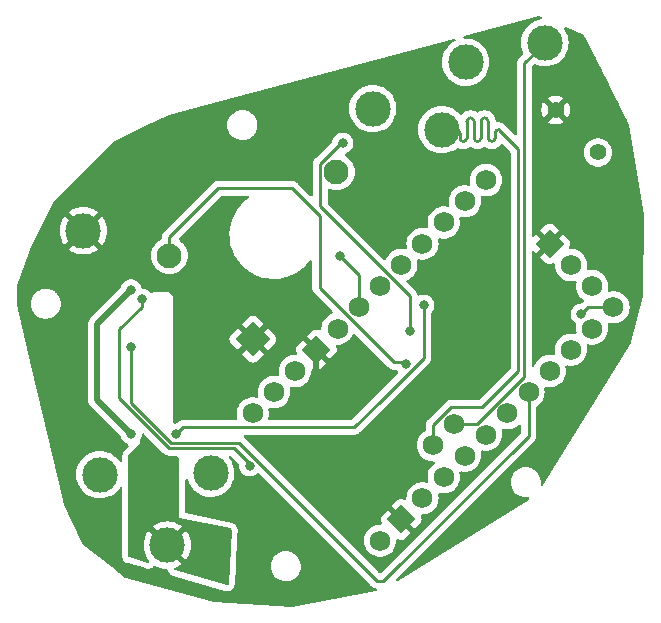
<source format=gbr>
%TF.GenerationSoftware,KiCad,Pcbnew,7.0.6*%
%TF.CreationDate,2024-08-01T17:58:24-04:00*%
%TF.ProjectId,Arduino_Motor_Shield,41726475-696e-46f5-9f4d-6f746f725f53,rev?*%
%TF.SameCoordinates,Original*%
%TF.FileFunction,Copper,L2,Bot*%
%TF.FilePolarity,Positive*%
%FSLAX46Y46*%
G04 Gerber Fmt 4.6, Leading zero omitted, Abs format (unit mm)*
G04 Created by KiCad (PCBNEW 7.0.6) date 2024-08-01 17:58:24*
%MOMM*%
%LPD*%
G01*
G04 APERTURE LIST*
G04 Aperture macros list*
%AMHorizOval*
0 Thick line with rounded ends*
0 $1 width*
0 $2 $3 position (X,Y) of the first rounded end (center of the circle)*
0 $4 $5 position (X,Y) of the second rounded end (center of the circle)*
0 Add line between two ends*
20,1,$1,$2,$3,$4,$5,0*
0 Add two circle primitives to create the rounded ends*
1,1,$1,$2,$3*
1,1,$1,$4,$5*%
%AMRotRect*
0 Rectangle, with rotation*
0 The origin of the aperture is its center*
0 $1 length*
0 $2 width*
0 $3 Rotation angle, in degrees counterclockwise*
0 Add horizontal line*
21,1,$1,$2,0,0,$3*%
G04 Aperture macros list end*
%TA.AperFunction,ComponentPad*%
%ADD10C,3.000000*%
%TD*%
%TA.AperFunction,ComponentPad*%
%ADD11C,1.400000*%
%TD*%
%TA.AperFunction,ComponentPad*%
%ADD12HorizOval,1.400000X0.000000X0.000000X0.000000X0.000000X0*%
%TD*%
%TA.AperFunction,ComponentPad*%
%ADD13C,1.727200*%
%TD*%
%TA.AperFunction,ComponentPad*%
%ADD14RotRect,1.727200X1.727200X315.000000*%
%TD*%
%TA.AperFunction,ComponentPad*%
%ADD15RotRect,2.100000X2.100000X135.000000*%
%TD*%
%TA.AperFunction,ComponentPad*%
%ADD16C,2.100000*%
%TD*%
%TA.AperFunction,ViaPad*%
%ADD17C,0.800000*%
%TD*%
%TA.AperFunction,Conductor*%
%ADD18C,0.508000*%
%TD*%
%TA.AperFunction,Conductor*%
%ADD19C,0.250000*%
%TD*%
%TA.AperFunction,Conductor*%
%ADD20C,0.254000*%
%TD*%
G04 APERTURE END LIST*
D10*
%TO.P,H2,1,1*%
%TO.N,GND*%
X121793000Y-78539500D03*
%TD*%
D11*
%TO.P,R6,1*%
%TO.N,Net-(IC1-CS)*%
X165372051Y-71900051D03*
D12*
%TO.P,R6,2*%
%TO.N,GND*%
X161779949Y-68307949D03*
%TD*%
D10*
%TO.P,H1,1,1*%
%TO.N,+24V*%
X128905000Y-105156000D03*
%TD*%
%TO.P,H6,1,1*%
%TO.N,Net-(A1-A5{slash}SCL)*%
X152146000Y-69977000D03*
%TD*%
%TO.P,H7,1,1*%
%TO.N,Net-(A1-A5{slash}SCL)*%
X146304000Y-68199000D03*
%TD*%
%TO.P,H4,1,1*%
%TO.N,/OUTB*%
X132587998Y-99060000D03*
%TD*%
%TO.P,H5,1,1*%
%TO.N,Net-(A1-A4{slash}SDA)*%
X160875421Y-62614618D03*
%TD*%
%TO.P,H3,1,1*%
%TO.N,/OUTA*%
X123189998Y-99186998D03*
%TD*%
%TO.P,H8,1,1*%
%TO.N,Net-(A1-A4{slash}SDA)*%
X154178000Y-64262000D03*
%TD*%
D13*
%TO.P,A1,A0,A0*%
%TO.N,Net-(IC1-CS)*%
X159493949Y-92201358D03*
%TO.P,A1,A1,A1*%
%TO.N,unconnected-(A1-PadA1)*%
X157697898Y-93997409D03*
%TO.P,A1,A2,A2*%
%TO.N,unconnected-(A1-PadA2)*%
X155901847Y-95793461D03*
%TO.P,A1,A3,A3*%
%TO.N,unconnected-(A1-PadA3)*%
X154105795Y-97589512D03*
%TO.P,A1,A4,A4/SDA*%
%TO.N,Net-(A1-A4{slash}SDA)*%
X153207770Y-94895435D03*
%TO.P,A1,A5,A5/SCL*%
%TO.N,Net-(A1-A5{slash}SCL)*%
X151411719Y-96691486D03*
%TO.P,A1,A6,A6*%
%TO.N,Net-(A1-PadA6)*%
X163086052Y-81425051D03*
%TO.P,A1,A7,A7*%
%TO.N,unconnected-(A1-PadA7)*%
X164882103Y-83221102D03*
%TO.P,A1,D0,D0/RX*%
%TO.N,unconnected-(A1-D0{slash}RX-PadD0)*%
X137941334Y-92201358D03*
%TO.P,A1,D1,D1/TX*%
%TO.N,unconnected-(A1-D1{slash}TX-PadD1)*%
X136145283Y-93997409D03*
%TO.P,A1,D2,D2_INT0*%
%TO.N,unconnected-(A1-D2_INT0-PadD2)*%
X143329488Y-86813205D03*
%TO.P,A1,D3,D3_INT1*%
%TO.N,Net-(A1-D3_INT1)*%
X145125539Y-85017153D03*
%TO.P,A1,D4,D4*%
%TO.N,unconnected-(A1-PadD4)*%
X146921591Y-83221102D03*
%TO.P,A1,D5,D5*%
%TO.N,Net-(A1-PadD5)*%
X148717642Y-81425051D03*
%TO.P,A1,D6,D6*%
%TO.N,Net-(A1-PadD6)*%
X150513693Y-79629000D03*
%TO.P,A1,D7,D7*%
%TO.N,Net-(A1-PadD7)*%
X152309744Y-77832948D03*
%TO.P,A1,D8,D8*%
%TO.N,unconnected-(A1-PadD8)*%
X154105795Y-76036897D03*
%TO.P,A1,D9,D9*%
%TO.N,Net-(A1-PadD9)*%
X155901847Y-74240846D03*
%TO.P,A1,D10,D10_CS*%
%TO.N,Net-(A1-D10_CS)*%
X166678154Y-85017153D03*
%TO.P,A1,D11,D11_MOSI*%
%TO.N,Net-(A1-D11_MOSI)*%
X164882103Y-86813205D03*
%TO.P,A1,D12,D12_MISO*%
%TO.N,unconnected-(A1-D12_MISO-PadD12)*%
X163086052Y-88609256D03*
%TO.P,A1,D13,D13_SCK*%
%TO.N,unconnected-(A1-D13_SCK-PadD13)*%
X161290000Y-90405307D03*
D14*
%TO.P,A1,GND1,GND*%
%TO.N,GND*%
X141533437Y-88609256D03*
%TO.P,A1,GND2,GND*%
X148717642Y-102977666D03*
%TO.P,A1,GND3,GND*%
X161290000Y-79629000D03*
D13*
%TO.P,A1,RAW,RAW*%
%TO.N,+5V*%
X146921591Y-104773717D03*
%TO.P,A1,RST1,RESET*%
%TO.N,unconnected-(A1-RESET-PadRST1)*%
X139737386Y-90405307D03*
%TO.P,A1,RST2,RESET*%
%TO.N,unconnected-(A1-RESET-PadRST2)*%
X150513693Y-101181614D03*
%TO.P,A1,Vcc1,Vcc*%
%TO.N,unconnected-(A1-Vcc-PadVcc1)*%
X152309744Y-99385563D03*
%TD*%
D15*
%TO.P,R1,A*%
%TO.N,GND*%
X136154233Y-87705835D03*
D16*
%TO.P,R1,E*%
%TO.N,+5V*%
X129083165Y-80634767D03*
%TO.P,R1,S*%
%TO.N,Net-(A1-PadA6)*%
X143225301Y-73563699D03*
%TD*%
D17*
%TO.N,GND*%
X121031000Y-93345000D03*
X121031000Y-89661999D03*
X121031000Y-84328000D03*
X133730998Y-89661999D03*
X121031000Y-88392000D03*
X121030999Y-92075000D03*
X121031000Y-85597999D03*
X133730998Y-88392000D03*
X121030999Y-90932000D03*
X133730999Y-90931999D03*
X145837990Y-92541010D03*
X133730998Y-87121999D03*
X121030999Y-87122000D03*
%TO.N,Net-(IC1-INA)*%
X125856999Y-95758000D03*
X125831842Y-83540842D03*
%TO.N,+24V*%
X127634998Y-102107999D03*
X126110999Y-98298000D03*
X129413000Y-102107999D03*
X126110999Y-100838000D03*
X126110999Y-99567999D03*
X127634998Y-100838000D03*
X129412999Y-98298001D03*
X129412999Y-99568000D03*
X127634999Y-99568000D03*
X126110999Y-102107999D03*
X127634999Y-98298000D03*
X129413000Y-100838000D03*
%TO.N,Net-(IC1-INB)*%
X129666999Y-95758000D03*
X150622000Y-84836000D03*
%TO.N,+5V*%
X149098000Y-89789000D03*
%TO.N,Net-(IC1-SEL0)*%
X135890000Y-98425000D03*
X126745998Y-84328000D03*
%TO.N,Net-(IC1-CS)*%
X125857000Y-88392000D03*
%TO.N,Net-(A1-D10_CS)*%
X163957000Y-85598000D03*
%TO.N,Net-(A1-D3_INT1)*%
X143510000Y-80645000D03*
%TO.N,Net-(LED1-K_RED)*%
X149479000Y-86995000D03*
X143764000Y-71120000D03*
%TD*%
D18*
%TO.N,GND*%
X141533437Y-92003437D02*
X141533437Y-88609256D01*
X145837990Y-92541010D02*
X142071010Y-92541010D01*
X142071010Y-92541010D02*
X141533437Y-92003437D01*
%TO.N,Net-(IC1-INA)*%
X122972999Y-92874000D02*
X125856999Y-95758000D01*
X125831842Y-83540842D02*
X122972999Y-86399684D01*
X122972999Y-86399684D02*
X122972999Y-92874000D01*
D19*
%TO.N,Net-(IC1-INB)*%
X144716991Y-95186009D02*
X130238990Y-95186009D01*
X147066000Y-92837000D02*
X144716991Y-95186009D01*
X130238990Y-95186009D02*
X129666999Y-95758000D01*
X150622000Y-89290305D02*
X147075305Y-92837000D01*
X147075305Y-92837000D02*
X147066000Y-92837000D01*
X150622000Y-84836000D02*
X150622000Y-89290305D01*
%TO.N,+5V*%
X139465078Y-74930000D02*
X141797000Y-77261922D01*
X141797000Y-83369549D02*
X148089451Y-89662000D01*
X141797000Y-77261922D02*
X141797000Y-83369549D01*
X129083165Y-79069835D02*
X133223000Y-74930000D01*
X148089451Y-89662000D02*
X149098000Y-89662000D01*
X133223000Y-74930000D02*
X139465078Y-74930000D01*
X129083165Y-80634767D02*
X129083165Y-79069835D01*
D20*
%TO.N,Net-(IC1-SEL0)*%
X126745999Y-84975134D02*
X124841000Y-86880133D01*
X135890000Y-98425000D02*
X136017000Y-98425000D01*
X124841000Y-92717054D02*
X129062947Y-96939001D01*
X134531001Y-96939001D02*
X135890000Y-98298000D01*
X136017000Y-98425000D02*
X135890000Y-98298000D01*
X126745998Y-84328000D02*
X126745999Y-84975134D01*
X135890000Y-98298000D02*
X135890000Y-98425000D01*
X124841000Y-86880133D02*
X124841000Y-92717054D01*
X129062947Y-96939001D02*
X134531001Y-96939001D01*
D19*
%TO.N,Net-(A1-A4{slash}SDA)*%
X153207770Y-94895435D02*
X155118937Y-94895435D01*
X159131000Y-64359039D02*
X160875421Y-62614618D01*
X159131000Y-90883372D02*
X159131000Y-64359039D01*
X155118937Y-94895435D02*
X159131000Y-90883372D01*
%TO.N,Net-(A1-A5{slash}SCL)*%
X154272000Y-69977000D02*
X154272000Y-70677000D01*
X151411719Y-95010551D02*
X151411719Y-96691486D01*
X154872000Y-69977000D02*
X154872000Y-69277000D01*
X155575000Y-93472000D02*
X152950270Y-93472000D01*
X153372000Y-69977000D02*
X152825649Y-69977000D01*
X157249031Y-91797972D02*
X157249030Y-91797971D01*
X152950270Y-93472000D02*
X151411719Y-95010551D01*
X156672000Y-70277000D02*
X156672000Y-70677000D01*
X158623000Y-71628000D02*
X156972000Y-69977000D01*
X155472000Y-69977000D02*
X155472000Y-70677000D01*
X154272000Y-69277000D02*
X154272000Y-69977000D01*
X152825649Y-69977000D02*
X152146000Y-69977000D01*
X156072000Y-70277000D02*
X156072000Y-69277000D01*
X154872000Y-70677000D02*
X154872000Y-69977000D01*
X155472000Y-69277000D02*
X155472000Y-69977000D01*
X157249030Y-91797971D02*
X158623000Y-90424000D01*
X158623000Y-90424000D02*
X158623000Y-71628000D01*
X153672000Y-70677000D02*
X153672000Y-70277000D01*
X157249030Y-91797971D02*
X155575000Y-93472000D01*
X156072000Y-70677000D02*
X156072000Y-70277000D01*
X156072000Y-69277000D02*
G75*
G03*
X155772000Y-68977000I-300000J0D01*
G01*
X154872000Y-70677000D02*
G75*
G03*
X155172000Y-70977000I300000J0D01*
G01*
X154872000Y-69277000D02*
G75*
G03*
X154572000Y-68977000I-300000J0D01*
G01*
X156972000Y-69977000D02*
G75*
G03*
X156672000Y-70277000I0J-300000D01*
G01*
X155772000Y-68977000D02*
G75*
G03*
X155472000Y-69277000I0J-300000D01*
G01*
X154572000Y-68977000D02*
G75*
G03*
X154272000Y-69277000I0J-300000D01*
G01*
X156072000Y-70677000D02*
G75*
G03*
X156372000Y-70977000I300000J0D01*
G01*
X153672000Y-70277000D02*
G75*
G03*
X153372000Y-69977000I-300000J0D01*
G01*
X153672000Y-70677000D02*
G75*
G03*
X153972000Y-70977000I300000J0D01*
G01*
X153972000Y-70977000D02*
G75*
G03*
X154272000Y-70677000I0J300000D01*
G01*
X156372000Y-70977000D02*
G75*
G03*
X156672000Y-70677000I0J300000D01*
G01*
X155172000Y-70977000D02*
G75*
G03*
X155472000Y-70677000I0J300000D01*
G01*
D20*
%TO.N,Net-(IC1-CS)*%
X125857000Y-93091001D02*
X129250999Y-96485000D01*
X159493949Y-95903051D02*
X159493949Y-92201358D01*
X129250999Y-96485000D02*
X134978134Y-96485000D01*
X125857000Y-88392000D02*
X125857000Y-93091001D01*
X134978134Y-96485000D02*
X146697134Y-108204000D01*
X146697134Y-108204000D02*
X147193000Y-108204000D01*
X147193000Y-108204000D02*
X159493949Y-95903051D01*
X125857000Y-88392000D02*
X125857000Y-88569781D01*
X125857000Y-88392000D02*
X126041926Y-88207074D01*
X125857000Y-88569781D02*
X125930000Y-88642781D01*
%TO.N,Net-(A1-D10_CS)*%
X166678154Y-85017153D02*
X164537847Y-85017153D01*
X164537847Y-85017153D02*
X163957000Y-85598000D01*
%TO.N,Net-(A1-D3_INT1)*%
X143510000Y-80645000D02*
X145125539Y-82260539D01*
X145125539Y-82260539D02*
X145125539Y-85017153D01*
%TO.N,Net-(LED1-K_RED)*%
X141848301Y-76464049D02*
X141848301Y-72908699D01*
X149479000Y-86995000D02*
X149479000Y-84094748D01*
X143637000Y-71120000D02*
X143764000Y-71120000D01*
X141848301Y-72908699D02*
X143637000Y-71120000D01*
X149479000Y-84094748D02*
X141848301Y-76464049D01*
%TD*%
%TA.AperFunction,Conductor*%
%TO.N,+24V*%
G36*
X126968357Y-95731830D02*
G01*
X128560571Y-97324044D01*
X128570418Y-97336334D01*
X128570636Y-97336155D01*
X128575604Y-97342161D01*
X128626204Y-97389678D01*
X128647148Y-97410621D01*
X128647154Y-97410627D01*
X128652644Y-97414884D01*
X128657095Y-97418685D01*
X128691182Y-97450696D01*
X128691184Y-97450697D01*
X128708814Y-97460388D01*
X128725082Y-97471073D01*
X128740985Y-97483409D01*
X128783892Y-97501976D01*
X128789128Y-97504540D01*
X128814036Y-97518234D01*
X128830105Y-97527069D01*
X128830107Y-97527070D01*
X128830113Y-97527073D01*
X128849187Y-97531970D01*
X128849607Y-97532078D01*
X128868011Y-97538378D01*
X128886489Y-97546375D01*
X128929985Y-97553263D01*
X128932671Y-97553689D01*
X128938376Y-97554870D01*
X128983675Y-97566501D01*
X129003805Y-97566501D01*
X129023204Y-97568028D01*
X129043080Y-97571176D01*
X129085726Y-97567144D01*
X129089626Y-97566776D01*
X129095464Y-97566501D01*
X129646138Y-97566501D01*
X129713177Y-97586186D01*
X129733819Y-97602820D01*
X129884680Y-97753681D01*
X129918165Y-97815004D01*
X129920998Y-97841362D01*
X129920999Y-102870000D01*
X134260854Y-103737970D01*
X134322731Y-103770420D01*
X134357241Y-103831172D01*
X134360364Y-103866079D01*
X134120166Y-108429827D01*
X134096985Y-108495740D01*
X134041849Y-108538656D01*
X133972263Y-108544951D01*
X133962507Y-108542606D01*
X129546554Y-107290320D01*
X129487428Y-107253092D01*
X129457815Y-107189808D01*
X129467117Y-107120561D01*
X129512380Y-107067335D01*
X129537051Y-107054842D01*
X129737953Y-106979910D01*
X129737957Y-106979908D01*
X129989047Y-106842803D01*
X130131561Y-106736116D01*
X130131562Y-106736115D01*
X129303609Y-105908162D01*
X129422431Y-105836669D01*
X129556658Y-105709523D01*
X129659861Y-105557308D01*
X130485115Y-106382562D01*
X130485116Y-106382561D01*
X130591803Y-106240047D01*
X130728908Y-105988958D01*
X130828890Y-105720895D01*
X130889699Y-105441362D01*
X130910108Y-105156001D01*
X130910108Y-105155998D01*
X130889699Y-104870637D01*
X130828890Y-104591104D01*
X130728908Y-104323041D01*
X130591808Y-104071961D01*
X130591807Y-104071960D01*
X130485115Y-103929436D01*
X129656232Y-104758319D01*
X129612684Y-104676178D01*
X129492991Y-104535265D01*
X129345805Y-104423377D01*
X129303596Y-104403849D01*
X130131562Y-103575883D01*
X130131561Y-103575882D01*
X129989046Y-103469196D01*
X129989038Y-103469191D01*
X129737957Y-103332091D01*
X129737958Y-103332091D01*
X129469895Y-103232109D01*
X129190362Y-103171300D01*
X128905001Y-103150891D01*
X128904999Y-103150891D01*
X128619637Y-103171300D01*
X128340104Y-103232109D01*
X128072041Y-103332091D01*
X127820961Y-103469191D01*
X127820953Y-103469196D01*
X127678437Y-103575882D01*
X127678436Y-103575883D01*
X128506391Y-104403837D01*
X128387569Y-104475331D01*
X128253342Y-104602477D01*
X128150138Y-104754691D01*
X127324882Y-103929436D01*
X127218196Y-104071953D01*
X127218191Y-104071961D01*
X127081091Y-104323041D01*
X126981109Y-104591104D01*
X126920300Y-104870637D01*
X126899891Y-105155998D01*
X126899891Y-105156001D01*
X126920300Y-105441362D01*
X126981109Y-105720895D01*
X127081091Y-105988958D01*
X127218191Y-106240038D01*
X127218196Y-106240046D01*
X127368961Y-106441445D01*
X127393378Y-106506909D01*
X127378526Y-106575182D01*
X127329121Y-106624587D01*
X127260848Y-106639439D01*
X127235864Y-106635051D01*
X125693169Y-106197570D01*
X125634043Y-106160342D01*
X125604430Y-106097058D01*
X125602999Y-106078286D01*
X125602999Y-97587360D01*
X125622684Y-97520322D01*
X125639313Y-97499685D01*
X126618999Y-96520000D01*
X126618999Y-96272402D01*
X126635611Y-96210403D01*
X126684178Y-96126284D01*
X126742673Y-95946256D01*
X126757356Y-95806545D01*
X126783939Y-95741935D01*
X126841236Y-95701950D01*
X126911055Y-95699290D01*
X126968357Y-95731830D01*
G37*
%TD.AperFunction*%
%TD*%
%TA.AperFunction,Conductor*%
%TO.N,GND*%
G36*
X160429143Y-60337854D02*
G01*
X160440593Y-60342157D01*
X160578582Y-60401952D01*
X160632267Y-60446670D01*
X160653254Y-60513313D01*
X160634880Y-60580723D01*
X160582978Y-60627498D01*
X160555636Y-60636895D01*
X160310383Y-60690246D01*
X160042254Y-60790253D01*
X159791111Y-60927388D01*
X159791103Y-60927393D01*
X159562033Y-61098872D01*
X159562015Y-61098888D01*
X159359691Y-61301212D01*
X159359675Y-61301230D01*
X159188196Y-61530300D01*
X159188191Y-61530308D01*
X159051056Y-61781451D01*
X158951049Y-62049580D01*
X158890225Y-62329184D01*
X158869811Y-62614616D01*
X158869811Y-62614619D01*
X158890225Y-62900051D01*
X158951050Y-63179655D01*
X158951052Y-63179664D01*
X159031689Y-63395860D01*
X159052168Y-63450766D01*
X159057152Y-63520457D01*
X159023667Y-63581780D01*
X158747208Y-63858238D01*
X158734951Y-63868059D01*
X158735134Y-63868280D01*
X158729123Y-63873252D01*
X158681772Y-63923675D01*
X158660889Y-63944558D01*
X158660877Y-63944571D01*
X158656621Y-63950056D01*
X158652837Y-63954486D01*
X158620937Y-63988457D01*
X158620936Y-63988459D01*
X158611284Y-64006015D01*
X158600610Y-64022265D01*
X158588329Y-64038100D01*
X158588324Y-64038107D01*
X158569815Y-64080877D01*
X158567245Y-64086123D01*
X158544803Y-64126945D01*
X158539822Y-64146346D01*
X158533521Y-64164749D01*
X158525562Y-64183141D01*
X158525561Y-64183144D01*
X158518271Y-64229166D01*
X158517087Y-64234885D01*
X158505501Y-64280011D01*
X158505500Y-64280021D01*
X158505500Y-64300055D01*
X158503973Y-64319454D01*
X158500840Y-64339233D01*
X158500840Y-64339234D01*
X158505225Y-64385622D01*
X158505500Y-64391460D01*
X158505500Y-70326547D01*
X158485815Y-70393586D01*
X158433011Y-70439341D01*
X158363853Y-70449285D01*
X158300297Y-70420260D01*
X158293819Y-70414228D01*
X157462456Y-69582865D01*
X157448087Y-69565623D01*
X157443633Y-69559171D01*
X157402338Y-69522587D01*
X157399624Y-69520033D01*
X157386471Y-69506880D01*
X157384521Y-69505368D01*
X157373092Y-69496501D01*
X157369978Y-69493919D01*
X157329939Y-69458446D01*
X157329932Y-69458441D01*
X157321368Y-69453946D01*
X157303002Y-69442134D01*
X157292939Y-69434328D01*
X157292935Y-69434326D01*
X157244061Y-69413176D01*
X157239873Y-69411174D01*
X157195433Y-69387851D01*
X157182504Y-69384665D01*
X157162932Y-69378069D01*
X157147894Y-69371561D01*
X157098592Y-69363753D01*
X157093451Y-69362715D01*
X157047951Y-69351500D01*
X157047949Y-69351500D01*
X157030984Y-69351500D01*
X157011586Y-69349973D01*
X157004162Y-69348797D01*
X156991805Y-69346840D01*
X156991804Y-69346840D01*
X156945416Y-69351225D01*
X156939578Y-69351500D01*
X156891026Y-69351500D01*
X156843032Y-69359963D01*
X156773593Y-69352219D01*
X156719364Y-69308162D01*
X156697562Y-69241781D01*
X156697500Y-69237847D01*
X156697500Y-69196031D01*
X156697499Y-69196026D01*
X156691113Y-69159811D01*
X156669379Y-69036548D01*
X156613992Y-68884373D01*
X156571757Y-68811220D01*
X156533025Y-68744133D01*
X156533023Y-68744130D01*
X156533021Y-68744127D01*
X156428927Y-68620073D01*
X156304873Y-68515979D01*
X156304869Y-68515977D01*
X156304866Y-68515974D01*
X156164631Y-68435010D01*
X156164628Y-68435009D01*
X156164627Y-68435008D01*
X156132913Y-68423465D01*
X156012451Y-68379620D01*
X155852973Y-68351500D01*
X155852971Y-68351500D01*
X155847949Y-68351500D01*
X155772000Y-68351500D01*
X155691029Y-68351500D01*
X155691026Y-68351500D01*
X155531548Y-68379620D01*
X155379375Y-68435007D01*
X155379368Y-68435010D01*
X155234438Y-68518686D01*
X155233205Y-68516551D01*
X155176786Y-68535513D01*
X155109624Y-68518578D01*
X155109562Y-68518686D01*
X155109181Y-68518466D01*
X155109037Y-68518430D01*
X155108315Y-68517966D01*
X154964631Y-68435010D01*
X154964628Y-68435009D01*
X154964627Y-68435008D01*
X154932913Y-68423465D01*
X154812451Y-68379620D01*
X154652973Y-68351500D01*
X154652971Y-68351500D01*
X154647949Y-68351500D01*
X154572000Y-68351500D01*
X154491029Y-68351500D01*
X154491026Y-68351500D01*
X154331548Y-68379620D01*
X154179375Y-68435007D01*
X154179368Y-68435010D01*
X154039133Y-68515974D01*
X154039127Y-68515978D01*
X154039127Y-68515979D01*
X153916325Y-68619023D01*
X153915072Y-68620074D01*
X153864492Y-68680353D01*
X153806320Y-68719054D01*
X153736459Y-68720162D01*
X153677089Y-68683324D01*
X153670244Y-68674967D01*
X153661739Y-68663605D01*
X153661738Y-68663604D01*
X153661729Y-68663594D01*
X153459405Y-68461270D01*
X153459387Y-68461254D01*
X153230317Y-68289775D01*
X153230309Y-68289770D01*
X152979166Y-68152635D01*
X152979167Y-68152635D01*
X152751238Y-68067622D01*
X152711046Y-68052631D01*
X152711043Y-68052630D01*
X152711037Y-68052628D01*
X152431433Y-67991804D01*
X152146001Y-67971390D01*
X152145999Y-67971390D01*
X151860566Y-67991804D01*
X151580962Y-68052628D01*
X151312833Y-68152635D01*
X151061690Y-68289770D01*
X151061682Y-68289775D01*
X150832612Y-68461254D01*
X150832594Y-68461270D01*
X150630270Y-68663594D01*
X150630254Y-68663612D01*
X150458775Y-68892682D01*
X150458770Y-68892690D01*
X150321635Y-69143833D01*
X150221628Y-69411962D01*
X150160804Y-69691566D01*
X150140390Y-69976998D01*
X150140390Y-69977001D01*
X150160804Y-70262433D01*
X150221628Y-70542037D01*
X150221630Y-70542043D01*
X150221631Y-70542046D01*
X150320185Y-70806279D01*
X150321635Y-70810166D01*
X150458770Y-71061309D01*
X150458775Y-71061317D01*
X150630254Y-71290387D01*
X150630270Y-71290405D01*
X150832594Y-71492729D01*
X150832612Y-71492745D01*
X151061682Y-71664224D01*
X151061690Y-71664229D01*
X151312833Y-71801364D01*
X151312832Y-71801364D01*
X151312836Y-71801365D01*
X151312839Y-71801367D01*
X151580954Y-71901369D01*
X151580960Y-71901370D01*
X151580962Y-71901371D01*
X151860566Y-71962195D01*
X151860568Y-71962195D01*
X151860572Y-71962196D01*
X152114220Y-71980337D01*
X152145999Y-71982610D01*
X152146000Y-71982610D01*
X152146001Y-71982610D01*
X152174595Y-71980564D01*
X152431428Y-71962196D01*
X152698258Y-71904151D01*
X152711037Y-71901371D01*
X152711037Y-71901370D01*
X152711046Y-71901369D01*
X152979161Y-71801367D01*
X153230315Y-71664226D01*
X153426362Y-71517466D01*
X153491824Y-71493051D01*
X153560097Y-71507903D01*
X153562673Y-71509350D01*
X153579367Y-71518989D01*
X153579369Y-71518990D01*
X153579370Y-71518990D01*
X153579373Y-71518992D01*
X153731548Y-71574379D01*
X153891029Y-71602500D01*
X153891031Y-71602500D01*
X154052969Y-71602500D01*
X154052971Y-71602500D01*
X154212452Y-71574379D01*
X154364627Y-71518992D01*
X154504873Y-71438021D01*
X154504872Y-71438021D01*
X154509562Y-71435314D01*
X154510812Y-71437480D01*
X154567024Y-71418494D01*
X154634403Y-71435373D01*
X154634438Y-71435314D01*
X154634644Y-71435433D01*
X154634799Y-71435472D01*
X154635571Y-71435968D01*
X154639127Y-71438021D01*
X154779373Y-71518992D01*
X154931548Y-71574379D01*
X155091029Y-71602500D01*
X155091031Y-71602500D01*
X155252969Y-71602500D01*
X155252971Y-71602500D01*
X155412452Y-71574379D01*
X155564627Y-71518992D01*
X155704873Y-71438021D01*
X155704872Y-71438021D01*
X155709562Y-71435314D01*
X155710812Y-71437480D01*
X155767024Y-71418494D01*
X155834403Y-71435373D01*
X155834438Y-71435314D01*
X155834644Y-71435433D01*
X155834799Y-71435472D01*
X155835571Y-71435968D01*
X155839127Y-71438021D01*
X155979373Y-71518992D01*
X156131548Y-71574379D01*
X156291029Y-71602500D01*
X156291031Y-71602500D01*
X156452969Y-71602500D01*
X156452971Y-71602500D01*
X156612452Y-71574379D01*
X156764627Y-71518992D01*
X156904873Y-71438021D01*
X157028927Y-71333927D01*
X157131480Y-71211709D01*
X157189648Y-71173010D01*
X157259509Y-71171902D01*
X157314147Y-71203737D01*
X157961181Y-71850771D01*
X157994666Y-71912094D01*
X157997500Y-71938452D01*
X157997500Y-90113547D01*
X157977815Y-90180586D01*
X157961181Y-90201228D01*
X156856829Y-91305579D01*
X156838853Y-91320452D01*
X156832092Y-91325046D01*
X156832090Y-91325048D01*
X156794111Y-91368126D01*
X156791445Y-91370964D01*
X155352228Y-92810181D01*
X155290905Y-92843666D01*
X155264547Y-92846500D01*
X153033013Y-92846500D01*
X153017392Y-92844775D01*
X153017365Y-92845061D01*
X153009603Y-92844326D01*
X152940442Y-92846500D01*
X152910919Y-92846500D01*
X152904048Y-92847367D01*
X152898229Y-92847825D01*
X152851644Y-92849289D01*
X152851638Y-92849290D01*
X152832396Y-92854880D01*
X152813357Y-92858823D01*
X152793487Y-92861334D01*
X152793473Y-92861337D01*
X152750153Y-92878488D01*
X152744628Y-92880380D01*
X152699883Y-92893380D01*
X152699880Y-92893381D01*
X152682636Y-92903579D01*
X152665175Y-92912133D01*
X152646544Y-92919510D01*
X152646532Y-92919517D01*
X152608840Y-92946902D01*
X152603957Y-92950109D01*
X152563850Y-92973829D01*
X152549684Y-92987995D01*
X152534894Y-93000627D01*
X152518684Y-93012404D01*
X152518681Y-93012407D01*
X152488980Y-93048309D01*
X152485047Y-93052631D01*
X151027927Y-94509750D01*
X151015670Y-94519571D01*
X151015853Y-94519792D01*
X151009842Y-94524764D01*
X150962491Y-94575187D01*
X150941608Y-94596070D01*
X150941596Y-94596083D01*
X150937340Y-94601568D01*
X150933556Y-94605998D01*
X150901656Y-94639969D01*
X150901655Y-94639971D01*
X150892003Y-94657527D01*
X150881329Y-94673777D01*
X150869048Y-94689612D01*
X150869043Y-94689619D01*
X150850534Y-94732389D01*
X150847964Y-94737635D01*
X150825522Y-94778457D01*
X150820541Y-94797858D01*
X150814240Y-94816261D01*
X150806281Y-94834653D01*
X150806280Y-94834656D01*
X150798990Y-94880678D01*
X150797806Y-94886397D01*
X150786220Y-94931523D01*
X150786219Y-94931533D01*
X150786219Y-94951567D01*
X150784692Y-94970966D01*
X150781559Y-94990745D01*
X150781559Y-94990746D01*
X150785944Y-95037134D01*
X150786219Y-95042972D01*
X150786219Y-95405059D01*
X150766534Y-95472098D01*
X150721238Y-95514113D01*
X150663075Y-95545589D01*
X150663072Y-95545591D01*
X150484674Y-95684445D01*
X150484669Y-95684449D01*
X150331569Y-95850758D01*
X150331561Y-95850769D01*
X150207917Y-96040019D01*
X150117107Y-96247046D01*
X150061611Y-96466196D01*
X150042944Y-96691479D01*
X150042944Y-96691492D01*
X150061611Y-96916775D01*
X150117107Y-97135925D01*
X150207917Y-97342952D01*
X150331561Y-97532202D01*
X150331569Y-97532213D01*
X150459580Y-97671268D01*
X150484673Y-97698526D01*
X150663070Y-97837379D01*
X150861888Y-97944974D01*
X150861891Y-97944975D01*
X151075701Y-98018376D01*
X151075703Y-98018376D01*
X151075705Y-98018377D01*
X151298686Y-98055586D01*
X151298687Y-98055586D01*
X151436407Y-98055586D01*
X151503446Y-98075271D01*
X151549201Y-98128075D01*
X151559145Y-98197233D01*
X151530120Y-98260789D01*
X151512570Y-98277439D01*
X151382699Y-98378522D01*
X151382694Y-98378526D01*
X151229594Y-98544835D01*
X151229586Y-98544846D01*
X151105942Y-98734096D01*
X151015132Y-98941123D01*
X150959636Y-99160273D01*
X150940969Y-99385556D01*
X150940969Y-99385569D01*
X150959636Y-99610852D01*
X150982375Y-99700647D01*
X150979750Y-99770467D01*
X150939793Y-99827785D01*
X150875192Y-99854401D01*
X150841760Y-99853396D01*
X150626726Y-99817514D01*
X150400660Y-99817514D01*
X150373795Y-99821997D01*
X150177675Y-99854723D01*
X149963865Y-99928124D01*
X149963860Y-99928126D01*
X149765045Y-100035720D01*
X149586648Y-100174573D01*
X149586643Y-100174577D01*
X149433543Y-100340886D01*
X149433535Y-100340897D01*
X149309891Y-100530147D01*
X149219081Y-100737174D01*
X149163585Y-100956324D01*
X149144918Y-101181607D01*
X149144918Y-101181613D01*
X149144918Y-101181614D01*
X149145139Y-101184285D01*
X149146399Y-101199493D01*
X149132316Y-101267928D01*
X149083469Y-101317886D01*
X149015367Y-101333505D01*
X148971310Y-101322523D01*
X148859958Y-101271670D01*
X148717642Y-101251210D01*
X148575325Y-101271670D01*
X148444544Y-101331396D01*
X148397904Y-101368980D01*
X147930207Y-101836677D01*
X147930207Y-101836678D01*
X148578042Y-102484513D01*
X148573050Y-102485231D01*
X148440172Y-102545914D01*
X148329773Y-102641576D01*
X148250797Y-102764465D01*
X148228119Y-102841696D01*
X147576654Y-102190231D01*
X147576653Y-102190231D01*
X147108956Y-102657928D01*
X147071372Y-102704568D01*
X147011646Y-102835349D01*
X146991186Y-102977665D01*
X146991186Y-102977666D01*
X147011646Y-103119982D01*
X147063765Y-103234105D01*
X147073709Y-103303263D01*
X147044684Y-103366819D01*
X146985906Y-103404594D01*
X146950971Y-103409617D01*
X146808558Y-103409617D01*
X146763961Y-103417058D01*
X146585573Y-103446826D01*
X146371763Y-103520227D01*
X146371758Y-103520229D01*
X146172943Y-103627823D01*
X145994546Y-103766676D01*
X145994541Y-103766680D01*
X145841441Y-103932989D01*
X145841433Y-103933000D01*
X145717789Y-104122250D01*
X145626979Y-104329277D01*
X145571483Y-104548427D01*
X145552816Y-104773710D01*
X145552816Y-104773723D01*
X145571483Y-104999006D01*
X145626979Y-105218156D01*
X145717789Y-105425183D01*
X145841433Y-105614433D01*
X145841441Y-105614444D01*
X145989615Y-105775402D01*
X145994545Y-105780757D01*
X146172942Y-105919610D01*
X146371760Y-106027205D01*
X146371763Y-106027206D01*
X146585573Y-106100607D01*
X146585575Y-106100607D01*
X146585577Y-106100608D01*
X146808558Y-106137817D01*
X146808559Y-106137817D01*
X147034623Y-106137817D01*
X147034624Y-106137817D01*
X147257605Y-106100608D01*
X147471422Y-106027205D01*
X147670240Y-105919610D01*
X147848637Y-105780757D01*
X148001747Y-105614436D01*
X148125393Y-105425182D01*
X148216202Y-105218158D01*
X148271698Y-104999010D01*
X148290366Y-104773717D01*
X148290365Y-104773710D01*
X148288885Y-104755844D01*
X148302965Y-104687407D01*
X148351809Y-104637448D01*
X148419910Y-104621826D01*
X148463973Y-104632808D01*
X148575325Y-104683661D01*
X148717642Y-104704122D01*
X148859958Y-104683661D01*
X148990739Y-104623935D01*
X149037374Y-104586355D01*
X149505076Y-104118653D01*
X149505076Y-104118652D01*
X148857241Y-103470818D01*
X148862234Y-103470101D01*
X148995112Y-103409418D01*
X149105511Y-103313756D01*
X149184487Y-103190867D01*
X149207164Y-103113635D01*
X149858628Y-103765100D01*
X149858629Y-103765100D01*
X150326331Y-103297398D01*
X150363911Y-103250763D01*
X150423637Y-103119982D01*
X150444098Y-102977666D01*
X150444098Y-102977665D01*
X150423637Y-102835349D01*
X150371519Y-102721226D01*
X150361575Y-102652067D01*
X150390600Y-102588511D01*
X150449378Y-102550737D01*
X150484313Y-102545714D01*
X150626725Y-102545714D01*
X150626726Y-102545714D01*
X150849707Y-102508505D01*
X151063524Y-102435102D01*
X151262342Y-102327507D01*
X151440739Y-102188654D01*
X151593849Y-102022333D01*
X151717495Y-101833079D01*
X151808304Y-101626055D01*
X151863800Y-101406907D01*
X151882468Y-101181614D01*
X151882468Y-101181613D01*
X151882468Y-101181607D01*
X151863800Y-100956322D01*
X151863799Y-100956318D01*
X151841062Y-100866530D01*
X151843686Y-100796709D01*
X151883642Y-100739392D01*
X151948243Y-100712775D01*
X151981676Y-100713779D01*
X152196711Y-100749663D01*
X152196712Y-100749663D01*
X152422776Y-100749663D01*
X152422777Y-100749663D01*
X152645758Y-100712454D01*
X152859575Y-100639051D01*
X153058393Y-100531456D01*
X153236790Y-100392603D01*
X153362363Y-100256195D01*
X153389893Y-100226290D01*
X153389894Y-100226288D01*
X153389900Y-100226282D01*
X153513546Y-100037028D01*
X153604355Y-99830004D01*
X153659851Y-99610856D01*
X153671321Y-99472431D01*
X153678519Y-99385569D01*
X153678519Y-99385556D01*
X153659851Y-99160271D01*
X153659850Y-99160267D01*
X153637113Y-99070479D01*
X153639737Y-99000658D01*
X153679693Y-98943341D01*
X153744294Y-98916724D01*
X153777727Y-98917728D01*
X153992762Y-98953612D01*
X153992763Y-98953612D01*
X154218827Y-98953612D01*
X154218828Y-98953612D01*
X154441809Y-98916403D01*
X154655626Y-98843000D01*
X154854444Y-98735405D01*
X155032841Y-98596552D01*
X155133897Y-98486776D01*
X155185944Y-98430239D01*
X155185945Y-98430237D01*
X155185951Y-98430231D01*
X155309597Y-98240977D01*
X155400406Y-98033953D01*
X155455902Y-97814805D01*
X155467796Y-97671268D01*
X155474570Y-97589518D01*
X155474570Y-97589505D01*
X155455902Y-97364220D01*
X155455901Y-97364216D01*
X155433164Y-97274428D01*
X155435788Y-97204607D01*
X155475744Y-97147290D01*
X155540345Y-97120673D01*
X155573779Y-97121678D01*
X155788814Y-97157561D01*
X155788815Y-97157561D01*
X156014879Y-97157561D01*
X156014880Y-97157561D01*
X156237861Y-97120352D01*
X156451678Y-97046949D01*
X156650496Y-96939354D01*
X156828893Y-96800501D01*
X156982003Y-96634180D01*
X157105649Y-96444926D01*
X157196458Y-96237902D01*
X157251954Y-96018754D01*
X157261589Y-95902471D01*
X157270622Y-95793467D01*
X157270622Y-95793454D01*
X157255037Y-95605374D01*
X157251954Y-95568168D01*
X157229215Y-95478374D01*
X157231840Y-95408555D01*
X157271796Y-95351238D01*
X157336397Y-95324621D01*
X157369830Y-95325625D01*
X157584865Y-95361509D01*
X157584866Y-95361509D01*
X157810930Y-95361509D01*
X157810931Y-95361509D01*
X158033912Y-95324300D01*
X158247729Y-95250897D01*
X158446547Y-95143302D01*
X158624944Y-95004449D01*
X158651220Y-94975904D01*
X158711106Y-94939916D01*
X158780944Y-94942016D01*
X158838560Y-94981540D01*
X158865662Y-95045939D01*
X158866449Y-95059889D01*
X158866449Y-95591769D01*
X158846764Y-95658808D01*
X158830130Y-95679450D01*
X147032748Y-107476833D01*
X146971425Y-107510318D01*
X146901733Y-107505334D01*
X146857386Y-107476833D01*
X135480510Y-96099957D01*
X135470665Y-96087668D01*
X135470447Y-96087849D01*
X135465474Y-96081838D01*
X135462991Y-96079506D01*
X135414875Y-96034322D01*
X135403743Y-96023190D01*
X135370258Y-95961867D01*
X135375242Y-95892175D01*
X135417114Y-95836242D01*
X135482578Y-95811825D01*
X135491424Y-95811509D01*
X144634248Y-95811509D01*
X144649868Y-95813233D01*
X144649895Y-95812948D01*
X144657651Y-95813680D01*
X144657658Y-95813682D01*
X144726805Y-95811509D01*
X144756341Y-95811509D01*
X144763219Y-95810639D01*
X144769032Y-95810181D01*
X144815618Y-95808718D01*
X144834860Y-95803126D01*
X144853903Y-95799183D01*
X144873783Y-95796673D01*
X144917113Y-95779516D01*
X144922637Y-95777626D01*
X144926387Y-95776536D01*
X144967381Y-95764627D01*
X144984620Y-95754431D01*
X145002094Y-95745871D01*
X145020718Y-95738497D01*
X145020718Y-95738496D01*
X145020723Y-95738495D01*
X145058440Y-95711091D01*
X145063296Y-95707901D01*
X145103411Y-95684179D01*
X145117580Y-95670008D01*
X145132370Y-95657377D01*
X145148578Y-95645603D01*
X145178290Y-95609685D01*
X145182203Y-95605385D01*
X147427877Y-93359712D01*
X147452433Y-93340664D01*
X147461725Y-93335170D01*
X147475894Y-93320999D01*
X147490684Y-93308368D01*
X147506892Y-93296594D01*
X147536604Y-93260676D01*
X147540517Y-93256376D01*
X151005788Y-89791106D01*
X151018042Y-89781291D01*
X151017859Y-89781069D01*
X151023866Y-89776097D01*
X151023877Y-89776091D01*
X151054775Y-89743187D01*
X151071227Y-89725669D01*
X151081671Y-89715223D01*
X151092120Y-89704776D01*
X151096379Y-89699283D01*
X151100152Y-89694866D01*
X151132062Y-89660887D01*
X151141713Y-89643329D01*
X151152396Y-89627066D01*
X151164673Y-89611241D01*
X151183185Y-89568458D01*
X151185738Y-89563246D01*
X151208197Y-89522397D01*
X151213180Y-89502985D01*
X151219481Y-89484585D01*
X151227437Y-89466201D01*
X151234729Y-89420157D01*
X151235906Y-89414476D01*
X151247500Y-89369324D01*
X151247500Y-89349287D01*
X151249027Y-89329887D01*
X151252160Y-89310109D01*
X151247775Y-89263720D01*
X151247500Y-89257882D01*
X151247500Y-85534687D01*
X151267185Y-85467648D01*
X151279350Y-85451715D01*
X151309223Y-85418537D01*
X151354533Y-85368216D01*
X151449179Y-85204284D01*
X151507674Y-85024256D01*
X151527460Y-84836000D01*
X151507674Y-84647744D01*
X151449179Y-84467716D01*
X151354533Y-84303784D01*
X151227871Y-84163112D01*
X151227870Y-84163111D01*
X151074734Y-84051851D01*
X151074729Y-84051848D01*
X150901807Y-83974857D01*
X150901802Y-83974855D01*
X150749348Y-83942451D01*
X150716646Y-83935500D01*
X150527354Y-83935500D01*
X150494897Y-83942398D01*
X150342197Y-83974855D01*
X150342196Y-83974855D01*
X150259883Y-84011504D01*
X150190633Y-84020788D01*
X150127356Y-83991159D01*
X150094156Y-83943871D01*
X150074407Y-83893991D01*
X150072514Y-83888461D01*
X150063948Y-83858978D01*
X150059468Y-83843557D01*
X150054271Y-83834770D01*
X150049225Y-83826237D01*
X150040662Y-83808759D01*
X150033253Y-83790045D01*
X150033253Y-83790044D01*
X150005771Y-83752220D01*
X150002567Y-83747344D01*
X149978763Y-83707092D01*
X149978761Y-83707090D01*
X149978759Y-83707087D01*
X149964531Y-83692860D01*
X149951896Y-83678068D01*
X149940063Y-83661781D01*
X149940060Y-83661779D01*
X149940060Y-83661778D01*
X149940059Y-83661777D01*
X149904035Y-83631976D01*
X149899713Y-83628042D01*
X149171753Y-82900082D01*
X149138268Y-82838759D01*
X149143252Y-82769067D01*
X149185124Y-82713134D01*
X149219165Y-82695122D01*
X149267473Y-82678539D01*
X149466291Y-82570944D01*
X149644688Y-82432091D01*
X149758730Y-82308209D01*
X149797791Y-82265778D01*
X149797792Y-82265776D01*
X149797798Y-82265770D01*
X149921444Y-82076516D01*
X150012253Y-81869492D01*
X150067749Y-81650344D01*
X150076151Y-81548940D01*
X150086417Y-81425057D01*
X150086417Y-81425044D01*
X150067749Y-81199759D01*
X150067748Y-81199755D01*
X150062040Y-81177216D01*
X150045010Y-81109967D01*
X150047635Y-81040146D01*
X150087591Y-80982829D01*
X150152192Y-80956212D01*
X150185625Y-80957216D01*
X150400660Y-80993100D01*
X150400661Y-80993100D01*
X150626725Y-80993100D01*
X150626726Y-80993100D01*
X150849707Y-80955891D01*
X151063524Y-80882488D01*
X151262342Y-80774893D01*
X151440739Y-80636040D01*
X151593849Y-80469719D01*
X151717495Y-80280465D01*
X151808304Y-80073441D01*
X151863800Y-79854293D01*
X151882468Y-79629000D01*
X151882468Y-79628999D01*
X151882468Y-79628993D01*
X151863800Y-79403710D01*
X151863800Y-79403707D01*
X151841061Y-79313913D01*
X151843686Y-79244094D01*
X151883642Y-79186777D01*
X151948243Y-79160160D01*
X151981676Y-79161164D01*
X152196711Y-79197048D01*
X152196712Y-79197048D01*
X152422776Y-79197048D01*
X152422777Y-79197048D01*
X152645758Y-79159839D01*
X152859575Y-79086436D01*
X153058393Y-78978841D01*
X153236790Y-78839988D01*
X153350183Y-78716811D01*
X153389893Y-78673675D01*
X153389894Y-78673673D01*
X153389900Y-78673667D01*
X153513546Y-78484413D01*
X153604355Y-78277389D01*
X153659851Y-78058241D01*
X153672752Y-77902544D01*
X153678519Y-77832954D01*
X153678519Y-77832941D01*
X153659851Y-77607656D01*
X153659850Y-77607652D01*
X153637113Y-77517864D01*
X153639737Y-77448043D01*
X153679693Y-77390726D01*
X153744294Y-77364109D01*
X153777727Y-77365113D01*
X153992762Y-77400997D01*
X153992763Y-77400997D01*
X154218827Y-77400997D01*
X154218828Y-77400997D01*
X154441809Y-77363788D01*
X154655626Y-77290385D01*
X154854444Y-77182790D01*
X155032841Y-77043937D01*
X155185951Y-76877616D01*
X155309597Y-76688362D01*
X155400406Y-76481338D01*
X155455902Y-76262190D01*
X155473804Y-76046144D01*
X155474570Y-76036903D01*
X155474570Y-76036890D01*
X155455902Y-75811605D01*
X155455901Y-75811601D01*
X155453957Y-75803926D01*
X155433163Y-75721813D01*
X155435788Y-75651992D01*
X155475744Y-75594675D01*
X155540345Y-75568058D01*
X155573779Y-75569063D01*
X155788814Y-75604946D01*
X155788815Y-75604946D01*
X156014879Y-75604946D01*
X156014880Y-75604946D01*
X156237861Y-75567737D01*
X156451678Y-75494334D01*
X156650496Y-75386739D01*
X156828893Y-75247886D01*
X156932658Y-75135168D01*
X156981996Y-75081573D01*
X156981997Y-75081571D01*
X156982003Y-75081565D01*
X157105649Y-74892311D01*
X157196458Y-74685287D01*
X157251954Y-74466139D01*
X157263026Y-74332518D01*
X157270622Y-74240852D01*
X157270622Y-74240839D01*
X157251954Y-74015556D01*
X157251954Y-74015553D01*
X157196458Y-73796405D01*
X157105649Y-73589381D01*
X157068696Y-73532821D01*
X156982004Y-73400129D01*
X156981996Y-73400118D01*
X156828896Y-73233809D01*
X156828895Y-73233808D01*
X156828893Y-73233806D01*
X156650496Y-73094953D01*
X156565457Y-73048932D01*
X156451679Y-72987358D01*
X156451674Y-72987356D01*
X156237864Y-72913955D01*
X156070625Y-72886048D01*
X156014880Y-72876746D01*
X155788814Y-72876746D01*
X155744217Y-72884187D01*
X155565829Y-72913955D01*
X155352019Y-72987356D01*
X155352014Y-72987358D01*
X155153199Y-73094952D01*
X154974802Y-73233805D01*
X154974797Y-73233809D01*
X154821697Y-73400118D01*
X154821689Y-73400129D01*
X154698045Y-73589379D01*
X154607235Y-73796406D01*
X154551739Y-74015556D01*
X154533072Y-74240839D01*
X154533072Y-74240852D01*
X154551739Y-74466135D01*
X154574478Y-74555930D01*
X154571853Y-74625750D01*
X154531896Y-74683068D01*
X154467295Y-74709684D01*
X154433863Y-74708679D01*
X154218828Y-74672797D01*
X153992762Y-74672797D01*
X153948165Y-74680238D01*
X153769777Y-74710006D01*
X153555967Y-74783407D01*
X153555962Y-74783409D01*
X153357147Y-74891003D01*
X153178750Y-75029856D01*
X153178745Y-75029860D01*
X153025645Y-75196169D01*
X153025637Y-75196180D01*
X152901993Y-75385430D01*
X152811183Y-75592457D01*
X152755687Y-75811607D01*
X152737020Y-76036890D01*
X152737020Y-76036903D01*
X152755687Y-76262186D01*
X152778426Y-76351981D01*
X152775801Y-76421801D01*
X152735844Y-76479119D01*
X152671243Y-76505735D01*
X152637811Y-76504730D01*
X152422777Y-76468848D01*
X152196711Y-76468848D01*
X152152114Y-76476289D01*
X151973726Y-76506057D01*
X151759916Y-76579458D01*
X151759911Y-76579460D01*
X151561096Y-76687054D01*
X151382699Y-76825907D01*
X151382694Y-76825911D01*
X151229594Y-76992220D01*
X151229586Y-76992231D01*
X151105942Y-77181481D01*
X151015132Y-77388508D01*
X150959636Y-77607658D01*
X150940969Y-77832941D01*
X150940969Y-77832954D01*
X150959636Y-78058237D01*
X150982375Y-78148033D01*
X150979749Y-78217854D01*
X150939793Y-78275171D01*
X150875192Y-78301787D01*
X150841760Y-78300782D01*
X150626726Y-78264900D01*
X150400660Y-78264900D01*
X150356063Y-78272341D01*
X150177675Y-78302109D01*
X149963865Y-78375510D01*
X149963860Y-78375512D01*
X149765045Y-78483106D01*
X149586648Y-78621959D01*
X149586643Y-78621963D01*
X149433543Y-78788272D01*
X149433535Y-78788283D01*
X149309891Y-78977533D01*
X149219081Y-79184560D01*
X149163585Y-79403710D01*
X149144918Y-79628993D01*
X149144918Y-79629006D01*
X149163585Y-79854289D01*
X149186324Y-79944084D01*
X149183699Y-80013904D01*
X149143742Y-80071222D01*
X149079141Y-80097838D01*
X149045709Y-80096833D01*
X148830675Y-80060951D01*
X148604609Y-80060951D01*
X148567275Y-80067181D01*
X148381624Y-80098160D01*
X148167814Y-80171561D01*
X148167809Y-80171563D01*
X147968994Y-80279157D01*
X147790597Y-80418010D01*
X147790592Y-80418014D01*
X147637492Y-80584323D01*
X147637484Y-80584334D01*
X147513840Y-80773584D01*
X147443873Y-80933094D01*
X147398917Y-80986580D01*
X147332181Y-81007270D01*
X147264853Y-80988595D01*
X147242636Y-80970965D01*
X142512120Y-76240449D01*
X142478635Y-76179126D01*
X142475801Y-76152768D01*
X142475801Y-75117073D01*
X142495486Y-75050034D01*
X142548290Y-75004279D01*
X142617448Y-74994335D01*
X142647251Y-75002511D01*
X142700265Y-75024470D01*
X142744681Y-75042868D01*
X142744682Y-75042868D01*
X142744689Y-75042871D01*
X142981999Y-75099845D01*
X143225301Y-75118993D01*
X143468603Y-75099845D01*
X143705913Y-75042871D01*
X143931390Y-74949476D01*
X144139480Y-74821958D01*
X144325060Y-74663458D01*
X144483560Y-74477878D01*
X144611078Y-74269788D01*
X144704473Y-74044311D01*
X144761447Y-73807001D01*
X144780595Y-73563699D01*
X144761447Y-73320397D01*
X144704473Y-73083087D01*
X144664821Y-72987358D01*
X144611078Y-72857609D01*
X144483563Y-72649525D01*
X144483562Y-72649522D01*
X144402470Y-72554576D01*
X144325060Y-72463940D01*
X144174780Y-72335589D01*
X144139477Y-72305437D01*
X144139474Y-72305436D01*
X143986932Y-72211957D01*
X143940057Y-72160145D01*
X143928634Y-72091215D01*
X143956292Y-72027053D01*
X144014247Y-71988028D01*
X144025929Y-71984943D01*
X144043803Y-71981144D01*
X144216730Y-71904151D01*
X144369871Y-71792888D01*
X144496533Y-71652216D01*
X144591179Y-71488284D01*
X144649674Y-71308256D01*
X144669460Y-71120000D01*
X144649674Y-70931744D01*
X144591179Y-70751716D01*
X144496533Y-70587784D01*
X144369871Y-70447112D01*
X144369870Y-70447111D01*
X144216734Y-70335851D01*
X144216729Y-70335848D01*
X144043807Y-70258857D01*
X144043802Y-70258855D01*
X143898000Y-70227865D01*
X143858646Y-70219500D01*
X143669354Y-70219500D01*
X143636897Y-70226398D01*
X143484197Y-70258855D01*
X143484192Y-70258857D01*
X143311270Y-70335848D01*
X143311265Y-70335851D01*
X143158129Y-70447111D01*
X143031466Y-70587785D01*
X142936821Y-70751715D01*
X142936818Y-70751722D01*
X142878327Y-70931739D01*
X142878325Y-70931749D01*
X142875925Y-70954578D01*
X142849338Y-71019192D01*
X142840286Y-71029293D01*
X141463254Y-72406325D01*
X141450970Y-72416168D01*
X141451150Y-72416386D01*
X141445139Y-72421358D01*
X141397623Y-72471957D01*
X141376676Y-72492904D01*
X141372407Y-72498408D01*
X141368616Y-72502846D01*
X141336609Y-72536929D01*
X141336606Y-72536933D01*
X141326907Y-72554576D01*
X141316229Y-72570832D01*
X141303895Y-72586733D01*
X141303890Y-72586741D01*
X141285326Y-72629642D01*
X141282755Y-72634890D01*
X141260228Y-72675866D01*
X141255221Y-72695367D01*
X141248922Y-72713763D01*
X141242194Y-72729311D01*
X141240926Y-72732243D01*
X141240925Y-72732245D01*
X141233613Y-72778415D01*
X141232428Y-72784137D01*
X141220801Y-72829422D01*
X141220801Y-72849557D01*
X141219274Y-72868956D01*
X141216126Y-72888830D01*
X141220526Y-72935376D01*
X141220801Y-72941214D01*
X141220801Y-75501770D01*
X141201116Y-75568809D01*
X141148312Y-75614564D01*
X141079154Y-75624508D01*
X141015598Y-75595483D01*
X141009120Y-75589451D01*
X139965881Y-74546212D01*
X139956058Y-74533950D01*
X139955837Y-74534134D01*
X139950864Y-74528123D01*
X139932237Y-74510631D01*
X139900442Y-74480773D01*
X139885804Y-74466135D01*
X139879553Y-74459883D01*
X139874064Y-74455625D01*
X139869639Y-74451847D01*
X139835660Y-74419938D01*
X139835658Y-74419936D01*
X139835655Y-74419935D01*
X139818107Y-74410288D01*
X139801841Y-74399604D01*
X139786011Y-74387325D01*
X139743246Y-74368818D01*
X139738000Y-74366248D01*
X139697171Y-74343803D01*
X139697170Y-74343802D01*
X139677771Y-74338822D01*
X139659359Y-74332518D01*
X139640976Y-74324562D01*
X139640970Y-74324560D01*
X139594952Y-74317272D01*
X139589230Y-74316087D01*
X139544099Y-74304500D01*
X139544097Y-74304500D01*
X139524062Y-74304500D01*
X139504664Y-74302973D01*
X139497240Y-74301797D01*
X139484883Y-74299840D01*
X139484882Y-74299840D01*
X139438494Y-74304225D01*
X139432656Y-74304500D01*
X133305743Y-74304500D01*
X133290122Y-74302775D01*
X133290096Y-74303061D01*
X133282334Y-74302327D01*
X133282333Y-74302327D01*
X133213186Y-74304500D01*
X133183649Y-74304500D01*
X133176766Y-74305369D01*
X133170949Y-74305826D01*
X133124373Y-74307290D01*
X133105129Y-74312881D01*
X133086079Y-74316825D01*
X133066211Y-74319334D01*
X133022884Y-74336488D01*
X133017358Y-74338379D01*
X132972614Y-74351379D01*
X132972610Y-74351381D01*
X132955366Y-74361579D01*
X132937905Y-74370133D01*
X132919274Y-74377510D01*
X132919262Y-74377517D01*
X132881570Y-74404902D01*
X132876687Y-74408109D01*
X132836580Y-74431829D01*
X132822414Y-74445995D01*
X132807624Y-74458627D01*
X132791414Y-74470404D01*
X132791411Y-74470407D01*
X132761710Y-74506309D01*
X132757777Y-74510631D01*
X128699373Y-78569034D01*
X128687116Y-78578855D01*
X128687299Y-78579076D01*
X128681288Y-78584048D01*
X128633937Y-78634471D01*
X128613054Y-78655354D01*
X128613042Y-78655367D01*
X128608786Y-78660852D01*
X128605002Y-78665282D01*
X128573102Y-78699253D01*
X128573101Y-78699255D01*
X128563449Y-78716811D01*
X128552775Y-78733061D01*
X128540494Y-78748896D01*
X128540489Y-78748903D01*
X128521980Y-78791673D01*
X128519410Y-78796919D01*
X128496968Y-78837741D01*
X128491987Y-78857142D01*
X128485686Y-78875545D01*
X128477727Y-78893937D01*
X128477726Y-78893940D01*
X128470436Y-78939962D01*
X128469252Y-78945681D01*
X128457666Y-78990807D01*
X128457665Y-78990817D01*
X128457665Y-79010851D01*
X128456138Y-79030248D01*
X128453005Y-79050031D01*
X128456651Y-79088598D01*
X128457390Y-79096418D01*
X128457665Y-79102256D01*
X128457665Y-79132754D01*
X128437980Y-79199793D01*
X128385176Y-79245548D01*
X128381122Y-79247313D01*
X128377080Y-79248987D01*
X128377076Y-79248989D01*
X128168991Y-79376504D01*
X128168988Y-79376505D01*
X127983406Y-79535008D01*
X127824903Y-79720590D01*
X127824902Y-79720593D01*
X127697387Y-79928677D01*
X127603995Y-80154147D01*
X127547018Y-80391469D01*
X127527871Y-80634767D01*
X127547018Y-80878064D01*
X127547018Y-80878067D01*
X127547019Y-80878069D01*
X127596605Y-81084608D01*
X127603995Y-81115386D01*
X127697387Y-81340856D01*
X127824902Y-81548940D01*
X127824903Y-81548943D01*
X127831353Y-81556495D01*
X127983406Y-81734526D01*
X128092346Y-81827569D01*
X128168988Y-81893028D01*
X128168991Y-81893029D01*
X128377075Y-82020544D01*
X128524279Y-82081517D01*
X128576742Y-82103248D01*
X128602546Y-82113936D01*
X128602543Y-82113936D01*
X128602549Y-82113937D01*
X128602553Y-82113939D01*
X128839863Y-82170913D01*
X129083165Y-82190061D01*
X129326467Y-82170913D01*
X129563777Y-82113939D01*
X129789254Y-82020544D01*
X129997344Y-81893026D01*
X130182924Y-81734526D01*
X130341424Y-81548946D01*
X130468942Y-81340856D01*
X130562337Y-81115379D01*
X130619311Y-80878069D01*
X130638459Y-80634767D01*
X130619311Y-80391465D01*
X130562337Y-80154155D01*
X130562334Y-80154147D01*
X130468942Y-79928677D01*
X130341427Y-79720593D01*
X130341426Y-79720590D01*
X130305618Y-79678664D01*
X130182924Y-79535008D01*
X129997344Y-79376508D01*
X129997337Y-79376504D01*
X129953687Y-79349755D01*
X129922961Y-79330925D01*
X129876086Y-79279115D01*
X129864663Y-79210185D01*
X129892320Y-79146023D01*
X129900059Y-79137529D01*
X133445771Y-75591819D01*
X133507095Y-75558334D01*
X133533453Y-75555500D01*
X135714112Y-75555500D01*
X135781151Y-75575185D01*
X135826906Y-75627989D01*
X135836850Y-75697147D01*
X135807825Y-75760703D01*
X135780662Y-75784128D01*
X135746001Y-75806174D01*
X135442814Y-76046139D01*
X135442808Y-76046144D01*
X135165906Y-76316005D01*
X134918226Y-76612901D01*
X134918225Y-76612901D01*
X134702373Y-76933705D01*
X134702372Y-76933706D01*
X134520659Y-77274988D01*
X134520647Y-77275013D01*
X134374991Y-77633163D01*
X134266927Y-78004409D01*
X134266925Y-78004417D01*
X134197605Y-78384803D01*
X134167766Y-78770297D01*
X134167766Y-78770302D01*
X134167766Y-78770304D01*
X134168385Y-78794349D01*
X134177721Y-79156828D01*
X134220427Y-79486683D01*
X134227367Y-79540285D01*
X134248304Y-79629000D01*
X134316177Y-79916603D01*
X134350024Y-80013904D01*
X134441443Y-80276715D01*
X134443211Y-80281796D01*
X134443215Y-80281806D01*
X134587774Y-80590660D01*
X134607118Y-80631988D01*
X134624734Y-80661325D01*
X134806161Y-80963467D01*
X134806165Y-80963473D01*
X135022898Y-81252289D01*
X135038241Y-81272734D01*
X135300885Y-81556495D01*
X135591314Y-81811745D01*
X135906449Y-82035781D01*
X136242949Y-82226227D01*
X136298932Y-82250693D01*
X136597247Y-82381065D01*
X136597249Y-82381066D01*
X136796283Y-82444604D01*
X136965588Y-82498652D01*
X136965590Y-82498652D01*
X136965592Y-82498653D01*
X137023402Y-82510733D01*
X137344067Y-82577743D01*
X137728673Y-82617500D01*
X137728677Y-82617500D01*
X138018593Y-82617500D01*
X138072716Y-82614709D01*
X138308142Y-82602574D01*
X138690191Y-82543072D01*
X138690203Y-82543068D01*
X138690212Y-82543067D01*
X138913969Y-82484139D01*
X139064097Y-82444602D01*
X139064102Y-82444600D01*
X139064106Y-82444599D01*
X139164998Y-82406563D01*
X139425896Y-82308209D01*
X139771754Y-82135338D01*
X140098004Y-81927822D01*
X140401187Y-81687860D01*
X140678091Y-81417997D01*
X140925779Y-81121092D01*
X140944620Y-81093089D01*
X140998376Y-81048457D01*
X141067729Y-81039973D01*
X141130659Y-81070331D01*
X141167187Y-81129891D01*
X141171500Y-81162312D01*
X141171500Y-83286804D01*
X141169775Y-83302421D01*
X141170061Y-83302448D01*
X141169326Y-83310214D01*
X141171500Y-83379363D01*
X141171500Y-83408892D01*
X141171501Y-83408909D01*
X141172368Y-83415780D01*
X141172826Y-83421599D01*
X141174290Y-83468173D01*
X141174291Y-83468176D01*
X141179880Y-83487416D01*
X141183824Y-83506460D01*
X141186336Y-83526341D01*
X141193268Y-83543849D01*
X141203490Y-83569668D01*
X141205382Y-83575196D01*
X141215372Y-83609581D01*
X141218382Y-83619939D01*
X141225500Y-83631976D01*
X141228580Y-83637183D01*
X141237136Y-83654649D01*
X141244514Y-83673281D01*
X141263830Y-83699868D01*
X141271898Y-83710972D01*
X141275106Y-83715856D01*
X141298827Y-83755965D01*
X141298833Y-83755973D01*
X141312990Y-83770129D01*
X141325628Y-83784925D01*
X141333517Y-83795784D01*
X141337406Y-83801136D01*
X141357589Y-83817833D01*
X141373309Y-83830837D01*
X141377620Y-83834759D01*
X142134971Y-84592110D01*
X142879588Y-85336727D01*
X142913073Y-85398050D01*
X142908089Y-85467742D01*
X142866217Y-85523675D01*
X142832170Y-85541689D01*
X142779661Y-85559715D01*
X142779655Y-85559717D01*
X142580840Y-85667311D01*
X142402443Y-85806164D01*
X142402438Y-85806168D01*
X142249338Y-85972477D01*
X142249330Y-85972488D01*
X142125686Y-86161738D01*
X142034876Y-86368765D01*
X141979380Y-86587915D01*
X141960713Y-86813198D01*
X141960713Y-86813203D01*
X141960713Y-86813205D01*
X141961233Y-86819486D01*
X141962194Y-86831082D01*
X141948111Y-86899518D01*
X141899264Y-86949476D01*
X141831163Y-86965095D01*
X141787105Y-86954113D01*
X141675753Y-86903260D01*
X141533437Y-86882800D01*
X141391120Y-86903260D01*
X141260339Y-86962986D01*
X141213699Y-87000570D01*
X140746002Y-87468267D01*
X140746002Y-87468268D01*
X141393837Y-88116103D01*
X141388845Y-88116821D01*
X141255967Y-88177504D01*
X141145568Y-88273166D01*
X141066592Y-88396055D01*
X141043914Y-88473286D01*
X140392449Y-87821821D01*
X140392448Y-87821821D01*
X139924751Y-88289518D01*
X139887167Y-88336158D01*
X139827441Y-88466939D01*
X139806981Y-88609255D01*
X139806981Y-88609256D01*
X139827441Y-88751572D01*
X139879560Y-88865695D01*
X139889504Y-88934853D01*
X139860479Y-88998409D01*
X139801701Y-89036184D01*
X139766766Y-89041207D01*
X139624353Y-89041207D01*
X139590297Y-89046890D01*
X139401368Y-89078416D01*
X139187558Y-89151817D01*
X139187553Y-89151819D01*
X138988738Y-89259413D01*
X138810341Y-89398266D01*
X138810336Y-89398270D01*
X138657236Y-89564579D01*
X138657228Y-89564590D01*
X138533584Y-89753840D01*
X138442774Y-89960867D01*
X138387278Y-90180017D01*
X138368611Y-90405300D01*
X138368611Y-90405313D01*
X138387278Y-90630596D01*
X138410017Y-90720391D01*
X138407392Y-90790211D01*
X138367435Y-90847529D01*
X138302834Y-90874145D01*
X138269402Y-90873140D01*
X138054367Y-90837258D01*
X137828301Y-90837258D01*
X137783704Y-90844699D01*
X137605316Y-90874467D01*
X137391506Y-90947868D01*
X137391501Y-90947870D01*
X137192686Y-91055464D01*
X137014289Y-91194317D01*
X137014284Y-91194321D01*
X136861184Y-91360630D01*
X136861176Y-91360641D01*
X136737532Y-91549891D01*
X136646722Y-91756918D01*
X136591226Y-91976068D01*
X136572559Y-92201351D01*
X136572559Y-92201364D01*
X136591226Y-92426647D01*
X136613965Y-92516442D01*
X136611340Y-92586262D01*
X136571383Y-92643580D01*
X136506782Y-92670196D01*
X136473350Y-92669191D01*
X136258316Y-92633309D01*
X136032250Y-92633309D01*
X135987653Y-92640750D01*
X135809265Y-92670518D01*
X135595455Y-92743919D01*
X135595450Y-92743921D01*
X135396635Y-92851515D01*
X135218238Y-92990368D01*
X135218233Y-92990372D01*
X135065133Y-93156681D01*
X135065125Y-93156692D01*
X134941481Y-93345942D01*
X134850671Y-93552969D01*
X134795175Y-93772119D01*
X134776508Y-93997402D01*
X134776508Y-93997415D01*
X134795175Y-94222698D01*
X134841611Y-94406069D01*
X134838986Y-94475889D01*
X134799030Y-94533207D01*
X134734428Y-94559823D01*
X134721405Y-94560509D01*
X130321727Y-94560509D01*
X130306110Y-94558785D01*
X130306083Y-94559071D01*
X130298321Y-94558336D01*
X130229193Y-94560509D01*
X130199640Y-94560509D01*
X130198919Y-94560599D01*
X130192747Y-94561378D01*
X130186935Y-94561835D01*
X130140362Y-94563299D01*
X130140359Y-94563300D01*
X130121116Y-94568890D01*
X130102073Y-94572834D01*
X130082194Y-94575345D01*
X130082193Y-94575346D01*
X130038868Y-94592499D01*
X130033342Y-94594391D01*
X129988598Y-94607392D01*
X129988594Y-94607394D01*
X129971355Y-94617589D01*
X129953888Y-94626146D01*
X129935259Y-94633521D01*
X129935257Y-94633522D01*
X129897554Y-94660915D01*
X129892672Y-94664121D01*
X129852570Y-94687837D01*
X129838398Y-94702009D01*
X129823613Y-94714637D01*
X129807402Y-94726416D01*
X129777704Y-94762312D01*
X129773773Y-94766632D01*
X129719228Y-94821180D01*
X129657905Y-94854666D01*
X129631545Y-94857500D01*
X129572353Y-94857500D01*
X129566586Y-94858725D01*
X129560275Y-94860067D01*
X129490608Y-94854749D01*
X129434876Y-94812610D01*
X129410773Y-94747029D01*
X129410498Y-94738776D01*
X129410498Y-87705834D01*
X134164167Y-87705834D01*
X134184627Y-87848148D01*
X134184628Y-87848153D01*
X134244354Y-87978932D01*
X134281934Y-88025567D01*
X134881441Y-88625074D01*
X135514092Y-87992422D01*
X135573913Y-88106401D01*
X135686638Y-88233641D01*
X135826538Y-88330206D01*
X135867775Y-88345845D01*
X135234993Y-88978627D01*
X135834495Y-89578129D01*
X135881135Y-89615713D01*
X136011914Y-89675439D01*
X136011919Y-89675440D01*
X136154233Y-89695900D01*
X136296546Y-89675440D01*
X136296551Y-89675439D01*
X136427330Y-89615713D01*
X136473965Y-89578133D01*
X136473969Y-89578129D01*
X137073472Y-88978627D01*
X136440690Y-88345845D01*
X136481928Y-88330206D01*
X136621828Y-88233641D01*
X136734553Y-88106401D01*
X136794373Y-87992422D01*
X137427025Y-88625074D01*
X138026527Y-88025571D01*
X138026531Y-88025567D01*
X138064111Y-87978932D01*
X138123837Y-87848153D01*
X138123838Y-87848148D01*
X138144298Y-87705834D01*
X138123838Y-87563521D01*
X138123837Y-87563516D01*
X138064111Y-87432737D01*
X138026531Y-87386102D01*
X137427025Y-86786596D01*
X136794373Y-87419247D01*
X136734553Y-87305269D01*
X136621828Y-87178029D01*
X136481928Y-87081464D01*
X136440690Y-87065824D01*
X137073472Y-86433043D01*
X137073472Y-86433042D01*
X136473969Y-85833540D01*
X136473965Y-85833536D01*
X136427330Y-85795956D01*
X136296551Y-85736230D01*
X136296546Y-85736229D01*
X136154233Y-85715769D01*
X136011919Y-85736229D01*
X136011914Y-85736230D01*
X135881135Y-85795956D01*
X135834500Y-85833536D01*
X135834496Y-85833540D01*
X135234994Y-86433043D01*
X135867775Y-87065824D01*
X135826538Y-87081464D01*
X135686638Y-87178029D01*
X135573913Y-87305269D01*
X135514092Y-87419247D01*
X134881441Y-86786596D01*
X134281938Y-87386098D01*
X134281934Y-87386102D01*
X134244354Y-87432737D01*
X134184628Y-87563516D01*
X134184627Y-87563521D01*
X134164167Y-87705834D01*
X129410498Y-87705834D01*
X129410498Y-84325009D01*
X129410498Y-84325008D01*
X129410498Y-84325000D01*
X129398945Y-84217544D01*
X129387739Y-84166033D01*
X129378380Y-84137913D01*
X129353614Y-84063502D01*
X129353611Y-84063496D01*
X129307122Y-83991159D01*
X129275823Y-83942457D01*
X129249892Y-83912531D01*
X129230074Y-83889659D01*
X129230070Y-83889656D01*
X129230068Y-83889653D01*
X129121334Y-83795433D01*
X129121331Y-83795431D01*
X129121329Y-83795430D01*
X128990463Y-83735664D01*
X128990458Y-83735662D01*
X128990457Y-83735662D01*
X128967856Y-83729025D01*
X128923423Y-83715978D01*
X128923417Y-83715976D01*
X128832863Y-83702957D01*
X128780998Y-83695500D01*
X128012998Y-83695500D01*
X128012989Y-83695500D01*
X128012988Y-83695501D01*
X127905547Y-83707052D01*
X127905535Y-83707054D01*
X127854025Y-83718260D01*
X127751500Y-83752383D01*
X127751496Y-83752385D01*
X127642441Y-83822471D01*
X127575402Y-83842155D01*
X127508362Y-83822470D01*
X127484084Y-83799527D01*
X127482879Y-83800613D01*
X127425158Y-83736507D01*
X127351869Y-83655112D01*
X127327192Y-83637183D01*
X127198732Y-83543851D01*
X127198727Y-83543848D01*
X127025805Y-83466857D01*
X127025800Y-83466855D01*
X126879650Y-83435791D01*
X126840644Y-83427500D01*
X126840643Y-83427500D01*
X126831948Y-83427500D01*
X126764909Y-83407815D01*
X126719154Y-83355011D01*
X126714017Y-83341818D01*
X126659023Y-83172563D01*
X126659020Y-83172557D01*
X126654826Y-83165292D01*
X126564375Y-83008626D01*
X126437713Y-82867954D01*
X126437712Y-82867953D01*
X126284576Y-82756693D01*
X126284571Y-82756690D01*
X126111649Y-82679699D01*
X126111644Y-82679697D01*
X125965842Y-82648707D01*
X125926488Y-82640342D01*
X125737196Y-82640342D01*
X125704739Y-82647240D01*
X125552039Y-82679697D01*
X125552034Y-82679699D01*
X125379112Y-82756690D01*
X125379107Y-82756693D01*
X125225971Y-82867953D01*
X125099308Y-83008627D01*
X125004663Y-83172557D01*
X125004660Y-83172564D01*
X124952044Y-83334500D01*
X124921794Y-83383863D01*
X122484741Y-85820916D01*
X122471112Y-85832695D01*
X122451705Y-85847143D01*
X122417938Y-85887384D01*
X122414294Y-85891362D01*
X122408418Y-85897239D01*
X122387971Y-85923098D01*
X122338333Y-85982254D01*
X122334365Y-85988289D01*
X122334321Y-85988260D01*
X122330208Y-85994715D01*
X122330253Y-85994743D01*
X122326458Y-86000895D01*
X122293826Y-86070875D01*
X122259175Y-86139872D01*
X122256703Y-86146663D01*
X122256654Y-86146645D01*
X122254141Y-86153874D01*
X122254191Y-86153891D01*
X122251919Y-86160747D01*
X122236303Y-86236376D01*
X122218498Y-86311497D01*
X122217660Y-86318670D01*
X122217606Y-86318663D01*
X122216829Y-86326279D01*
X122216882Y-86326284D01*
X122216252Y-86333473D01*
X122218499Y-86410665D01*
X122218499Y-92810000D01*
X122217190Y-92827969D01*
X122213683Y-92851909D01*
X122218262Y-92904241D01*
X122218498Y-92909640D01*
X122218498Y-92917936D01*
X122222324Y-92950675D01*
X122229055Y-93027610D01*
X122230515Y-93034677D01*
X122230463Y-93034687D01*
X122232122Y-93042167D01*
X122232173Y-93042155D01*
X122233838Y-93049180D01*
X122233838Y-93049182D01*
X122233839Y-93049184D01*
X122248521Y-93089525D01*
X122260246Y-93121740D01*
X122284534Y-93195034D01*
X122287585Y-93201575D01*
X122287535Y-93201598D01*
X122290875Y-93208497D01*
X122290924Y-93208473D01*
X122294164Y-93214925D01*
X122336598Y-93279444D01*
X122377130Y-93345156D01*
X122381610Y-93350822D01*
X122381568Y-93350855D01*
X122386400Y-93356786D01*
X122386442Y-93356752D01*
X122391080Y-93362280D01*
X122391084Y-93362285D01*
X122407366Y-93377646D01*
X122447246Y-93415272D01*
X124946950Y-95914975D01*
X124977200Y-95964338D01*
X125029817Y-96126277D01*
X125029820Y-96126284D01*
X125124466Y-96290216D01*
X125251127Y-96430888D01*
X125251128Y-96430888D01*
X125404264Y-96542148D01*
X125404269Y-96542151D01*
X125569977Y-96615930D01*
X125623214Y-96661180D01*
X125643535Y-96728029D01*
X125624490Y-96795253D01*
X125607222Y-96816890D01*
X125272295Y-97151817D01*
X125272296Y-97151817D01*
X125272294Y-97151819D01*
X125254196Y-97171968D01*
X125229062Y-97203159D01*
X125229063Y-97203158D01*
X125197433Y-97247025D01*
X125197430Y-97247031D01*
X125137664Y-97377894D01*
X125137660Y-97377903D01*
X125125948Y-97417790D01*
X125117977Y-97444938D01*
X125117975Y-97444944D01*
X125117974Y-97444946D01*
X125117973Y-97444950D01*
X125097499Y-97587359D01*
X125097499Y-98024375D01*
X125077814Y-98091414D01*
X125025010Y-98137169D01*
X124955852Y-98147113D01*
X124892296Y-98118088D01*
X124874232Y-98098685D01*
X124705743Y-97873610D01*
X124705727Y-97873592D01*
X124503403Y-97671268D01*
X124503385Y-97671252D01*
X124274315Y-97499773D01*
X124274307Y-97499768D01*
X124023164Y-97362633D01*
X124023165Y-97362633D01*
X123915913Y-97322630D01*
X123755044Y-97262629D01*
X123755041Y-97262628D01*
X123755035Y-97262626D01*
X123475431Y-97201802D01*
X123189999Y-97181388D01*
X123189997Y-97181388D01*
X122904564Y-97201802D01*
X122624960Y-97262626D01*
X122356831Y-97362633D01*
X122105688Y-97499768D01*
X122105680Y-97499773D01*
X121876610Y-97671252D01*
X121876592Y-97671268D01*
X121674268Y-97873592D01*
X121674252Y-97873610D01*
X121502773Y-98102680D01*
X121502768Y-98102688D01*
X121365633Y-98353831D01*
X121265626Y-98621960D01*
X121204802Y-98901564D01*
X121184388Y-99186996D01*
X121184388Y-99186999D01*
X121204802Y-99472431D01*
X121265626Y-99752035D01*
X121265628Y-99752041D01*
X121265629Y-99752044D01*
X121332477Y-99931269D01*
X121365633Y-100020164D01*
X121502768Y-100271307D01*
X121502773Y-100271315D01*
X121674252Y-100500385D01*
X121674268Y-100500403D01*
X121876592Y-100702727D01*
X121876610Y-100702743D01*
X122105680Y-100874222D01*
X122105688Y-100874227D01*
X122356831Y-101011362D01*
X122356830Y-101011362D01*
X122356834Y-101011363D01*
X122356837Y-101011365D01*
X122624952Y-101111367D01*
X122624958Y-101111368D01*
X122624960Y-101111369D01*
X122904564Y-101172193D01*
X122904566Y-101172193D01*
X122904570Y-101172194D01*
X123158218Y-101190335D01*
X123189997Y-101192608D01*
X123189998Y-101192608D01*
X123189999Y-101192608D01*
X123218593Y-101190562D01*
X123475426Y-101172194D01*
X123755044Y-101111367D01*
X124023159Y-101011365D01*
X124274313Y-100874224D01*
X124503393Y-100702737D01*
X124705737Y-100500393D01*
X124800799Y-100373405D01*
X124874232Y-100275310D01*
X124930165Y-100233438D01*
X124999857Y-100228454D01*
X125061180Y-100261939D01*
X125094665Y-100323262D01*
X125097498Y-100349620D01*
X125097499Y-103708915D01*
X125097499Y-106087902D01*
X125098230Y-106107121D01*
X125100392Y-106135481D01*
X125100508Y-106136488D01*
X125104764Y-106173633D01*
X125104766Y-106173643D01*
X125146577Y-106311304D01*
X125176189Y-106374586D01*
X125255095Y-106494900D01*
X125364698Y-106588107D01*
X125364703Y-106588111D01*
X125425017Y-106626087D01*
X125427746Y-106627083D01*
X125555256Y-106683893D01*
X127110412Y-107124908D01*
X127135663Y-107130690D01*
X127135665Y-107130690D01*
X127135668Y-107130691D01*
X127135669Y-107130691D01*
X127173403Y-107137318D01*
X127173402Y-107137318D01*
X127181886Y-107138363D01*
X127224787Y-107143651D01*
X127368301Y-107133387D01*
X127436574Y-107118535D01*
X127571381Y-107068254D01*
X127686563Y-106982029D01*
X127735968Y-106932624D01*
X127743661Y-106922346D01*
X127799595Y-106880474D01*
X127869287Y-106875488D01*
X127902357Y-106887823D01*
X128071833Y-106980364D01*
X128071832Y-106980364D01*
X128071836Y-106980365D01*
X128071839Y-106980367D01*
X128339954Y-107080369D01*
X128339960Y-107080370D01*
X128339962Y-107080371D01*
X128619566Y-107141195D01*
X128619568Y-107141195D01*
X128619572Y-107141196D01*
X128843774Y-107157231D01*
X128909238Y-107181648D01*
X128951110Y-107237581D01*
X128957496Y-107262125D01*
X128958148Y-107266382D01*
X128999962Y-107404054D01*
X129029574Y-107467336D01*
X129108480Y-107587650D01*
X129218083Y-107680857D01*
X129218088Y-107680861D01*
X129278402Y-107718837D01*
X129281131Y-107719833D01*
X129408641Y-107776643D01*
X133470080Y-108928395D01*
X133834429Y-109031718D01*
X133854123Y-109036453D01*
X133869015Y-109039713D01*
X133874125Y-109040833D01*
X134017806Y-109048395D01*
X134087392Y-109042100D01*
X134227381Y-109008877D01*
X134352342Y-108937560D01*
X134407478Y-108894644D01*
X134407481Y-108894641D01*
X134507287Y-108791006D01*
X134573853Y-108663450D01*
X134597034Y-108597537D01*
X134624967Y-108456396D01*
X134705093Y-106934002D01*
X137662647Y-106934002D01*
X137682021Y-107155457D01*
X137682022Y-107155465D01*
X137739558Y-107370191D01*
X137739559Y-107370193D01*
X137739560Y-107370196D01*
X137755349Y-107404055D01*
X137833511Y-107571676D01*
X137833513Y-107571679D01*
X137961023Y-107753781D01*
X138118219Y-107910977D01*
X138300323Y-108038488D01*
X138501804Y-108132440D01*
X138501811Y-108132442D01*
X138501814Y-108132443D01*
X138537313Y-108141955D01*
X138540422Y-108142875D01*
X138544745Y-108144279D01*
X138544755Y-108144283D01*
X138553158Y-108146200D01*
X138716537Y-108189978D01*
X138758378Y-108193638D01*
X138766778Y-108194957D01*
X138767179Y-108195049D01*
X138769917Y-108195674D01*
X138769939Y-108195678D01*
X138803563Y-108203351D01*
X138835475Y-108200383D01*
X138938000Y-108209353D01*
X138984024Y-108205326D01*
X138992186Y-108205154D01*
X138995093Y-108205285D01*
X138995098Y-108205284D01*
X138996448Y-108205345D01*
X138996461Y-108205345D01*
X139030036Y-108206853D01*
X139059627Y-108198712D01*
X139159463Y-108189978D01*
X139208183Y-108176923D01*
X139215886Y-108175377D01*
X139221173Y-108174661D01*
X139221175Y-108174660D01*
X139223724Y-108174315D01*
X139223742Y-108174312D01*
X139253510Y-108170279D01*
X139279954Y-108157692D01*
X139358514Y-108136642D01*
X139374186Y-108132443D01*
X139374188Y-108132442D01*
X139374196Y-108132440D01*
X139423821Y-108109299D01*
X139430841Y-108106534D01*
X139438150Y-108104160D01*
X139438156Y-108104156D01*
X139443442Y-108102439D01*
X139443454Y-108102435D01*
X139466940Y-108094803D01*
X139489599Y-108078626D01*
X139575677Y-108038488D01*
X139624124Y-108004564D01*
X139630284Y-108000768D01*
X139639053Y-107996050D01*
X139639056Y-107996047D01*
X139663587Y-107982847D01*
X139682028Y-107964019D01*
X139757781Y-107910977D01*
X139802779Y-107865978D01*
X139807935Y-107861370D01*
X139817423Y-107853805D01*
X139817424Y-107853802D01*
X139822636Y-107849647D01*
X139823654Y-107849231D01*
X139826146Y-107846849D01*
X139837298Y-107837955D01*
X139851294Y-107817463D01*
X139914977Y-107753781D01*
X139954105Y-107697901D01*
X139958196Y-107692676D01*
X139967528Y-107681996D01*
X139967531Y-107681990D01*
X139967709Y-107681787D01*
X139969954Y-107680356D01*
X139974873Y-107673586D01*
X139982621Y-107664717D01*
X139992165Y-107643544D01*
X140042488Y-107571677D01*
X140073324Y-107505548D01*
X140076270Y-107499991D01*
X140081608Y-107491057D01*
X140084634Y-107488257D01*
X140090270Y-107476556D01*
X140095005Y-107468630D01*
X140100296Y-107447706D01*
X140136440Y-107370196D01*
X140136440Y-107370194D01*
X140136442Y-107370191D01*
X140136442Y-107370190D01*
X140140272Y-107355892D01*
X140156583Y-107295021D01*
X140158406Y-107289337D01*
X140160697Y-107283233D01*
X140164010Y-107278827D01*
X140168628Y-107262097D01*
X140170953Y-107255902D01*
X140172384Y-107236051D01*
X140193978Y-107155463D01*
X140201198Y-107072930D01*
X140201951Y-107067317D01*
X140205444Y-107048072D01*
X140205444Y-107048067D01*
X140206311Y-107043291D01*
X140206314Y-107043269D01*
X140207694Y-107035660D01*
X140205998Y-107023304D01*
X140206112Y-107018216D01*
X140206326Y-107014314D01*
X140213353Y-106934000D01*
X140206326Y-106853690D01*
X140206112Y-106849780D01*
X140205999Y-106844697D01*
X140208353Y-106835969D01*
X140205746Y-106821600D01*
X140205741Y-106821568D01*
X140205444Y-106819932D01*
X140205444Y-106819928D01*
X140201951Y-106800682D01*
X140201198Y-106795069D01*
X140193978Y-106712537D01*
X140172383Y-106631944D01*
X140172742Y-106616863D01*
X140168629Y-106605905D01*
X140164892Y-106592363D01*
X140160686Y-106584736D01*
X140158410Y-106578671D01*
X140156572Y-106572938D01*
X140136442Y-106497811D01*
X140136439Y-106497802D01*
X140135086Y-106494900D01*
X140100296Y-106420294D01*
X140097838Y-106404109D01*
X140090267Y-106391437D01*
X140085728Y-106382013D01*
X140081606Y-106376938D01*
X140076279Y-106368022D01*
X140073309Y-106362419D01*
X140042488Y-106296324D01*
X140042487Y-106296322D01*
X139992166Y-106224456D01*
X139986534Y-106207757D01*
X139974872Y-106194409D01*
X139970927Y-106188979D01*
X139967715Y-106186217D01*
X139958193Y-106175318D01*
X139954100Y-106170093D01*
X139914977Y-106114219D01*
X139851295Y-106050537D01*
X139842268Y-106034005D01*
X139826145Y-106021148D01*
X139824158Y-106019248D01*
X139822641Y-106018354D01*
X139807944Y-106006634D01*
X139802754Y-106001996D01*
X139757782Y-105957023D01*
X139682029Y-105903981D01*
X139669536Y-105888352D01*
X139630297Y-105867237D01*
X139624110Y-105863424D01*
X139575682Y-105829515D01*
X139575680Y-105829514D01*
X139575679Y-105829513D01*
X139575677Y-105829512D01*
X139489599Y-105789373D01*
X139473732Y-105775402D01*
X139443007Y-105765418D01*
X139442998Y-105765416D01*
X139430844Y-105761465D01*
X139423801Y-105758690D01*
X139374195Y-105735559D01*
X139279952Y-105710307D01*
X139260955Y-105698728D01*
X139222197Y-105693477D01*
X139215891Y-105692622D01*
X139208165Y-105691070D01*
X139159467Y-105678023D01*
X139159465Y-105678022D01*
X139159463Y-105678022D01*
X139159461Y-105678021D01*
X139159457Y-105678021D01*
X139059623Y-105669287D01*
X139037904Y-105660791D01*
X138992190Y-105662844D01*
X138983998Y-105662670D01*
X138938004Y-105658647D01*
X138937998Y-105658647D01*
X138835463Y-105667617D01*
X138811582Y-105662817D01*
X138767180Y-105672950D01*
X138767179Y-105672951D01*
X138766786Y-105673040D01*
X138758391Y-105674359D01*
X138716540Y-105678021D01*
X138716534Y-105678022D01*
X138553172Y-105721796D01*
X138544744Y-105723719D01*
X138540408Y-105725127D01*
X138537315Y-105726043D01*
X138501806Y-105735558D01*
X138501803Y-105735559D01*
X138300323Y-105829512D01*
X138300319Y-105829514D01*
X138118217Y-105957023D01*
X137961023Y-106114217D01*
X137833514Y-106296319D01*
X137833512Y-106296323D01*
X137739561Y-106497800D01*
X137682022Y-106712535D01*
X137682021Y-106712542D01*
X137662647Y-106933997D01*
X137662647Y-106934002D01*
X134705093Y-106934002D01*
X134835483Y-104456603D01*
X134865165Y-103892652D01*
X134863853Y-103821029D01*
X134863853Y-103821030D01*
X134860731Y-103786135D01*
X134860731Y-103786134D01*
X134860730Y-103786127D01*
X134849315Y-103715440D01*
X134814949Y-103627824D01*
X134796779Y-103581499D01*
X134796778Y-103581498D01*
X134796777Y-103581495D01*
X134762267Y-103520743D01*
X134762265Y-103520740D01*
X134762263Y-103520738D01*
X134762264Y-103520738D01*
X134674117Y-103407022D01*
X134557507Y-103322747D01*
X134495627Y-103290296D01*
X134495624Y-103290294D01*
X134359998Y-103242288D01*
X134359991Y-103242286D01*
X130526180Y-102475524D01*
X130464302Y-102443074D01*
X130429792Y-102382322D01*
X130426498Y-102353932D01*
X130426498Y-99676557D01*
X130446183Y-99609518D01*
X130498987Y-99563763D01*
X130568145Y-99553819D01*
X130631701Y-99582844D01*
X130666678Y-99633221D01*
X130727865Y-99797268D01*
X130763631Y-99893162D01*
X130763633Y-99893166D01*
X130900768Y-100144309D01*
X130900773Y-100144317D01*
X131072252Y-100373387D01*
X131072268Y-100373405D01*
X131274592Y-100575729D01*
X131274610Y-100575745D01*
X131503680Y-100747224D01*
X131503688Y-100747229D01*
X131754831Y-100884364D01*
X131754830Y-100884364D01*
X131754834Y-100884365D01*
X131754837Y-100884367D01*
X132022952Y-100984369D01*
X132022958Y-100984370D01*
X132022960Y-100984371D01*
X132302564Y-101045195D01*
X132302566Y-101045195D01*
X132302570Y-101045196D01*
X132556218Y-101063337D01*
X132587997Y-101065610D01*
X132587998Y-101065610D01*
X132587999Y-101065610D01*
X132616593Y-101063564D01*
X132873426Y-101045196D01*
X132932787Y-101032283D01*
X133153035Y-100984371D01*
X133153035Y-100984370D01*
X133153044Y-100984369D01*
X133421159Y-100884367D01*
X133672313Y-100747226D01*
X133901393Y-100575739D01*
X134103737Y-100373395D01*
X134275224Y-100144315D01*
X134412365Y-99893161D01*
X134512367Y-99625046D01*
X134517699Y-99600535D01*
X134573193Y-99345433D01*
X134573193Y-99345432D01*
X134573194Y-99345428D01*
X134593608Y-99060000D01*
X134573194Y-98774572D01*
X134568158Y-98751424D01*
X134512369Y-98494962D01*
X134512368Y-98494960D01*
X134512367Y-98494954D01*
X134412365Y-98226839D01*
X134363401Y-98137169D01*
X134275227Y-97975690D01*
X134275222Y-97975682D01*
X134117366Y-97764811D01*
X134092949Y-97699347D01*
X134107801Y-97631074D01*
X134157206Y-97581669D01*
X134216633Y-97566501D01*
X134219720Y-97566501D01*
X134286759Y-97586186D01*
X134307401Y-97602820D01*
X134956512Y-98251931D01*
X134989997Y-98313254D01*
X134992152Y-98352572D01*
X134984540Y-98425000D01*
X135004326Y-98613256D01*
X135004327Y-98613259D01*
X135062818Y-98793277D01*
X135062821Y-98793284D01*
X135157467Y-98957216D01*
X135270192Y-99082409D01*
X135284129Y-99097888D01*
X135437265Y-99209148D01*
X135437270Y-99209151D01*
X135610192Y-99286142D01*
X135610197Y-99286144D01*
X135795354Y-99325500D01*
X135795355Y-99325500D01*
X135984644Y-99325500D01*
X135984646Y-99325500D01*
X136169803Y-99286144D01*
X136342730Y-99209151D01*
X136495871Y-99097888D01*
X136506858Y-99085685D01*
X136566343Y-99049036D01*
X136636200Y-99050365D01*
X136686690Y-99080975D01*
X146194758Y-108589043D01*
X146204605Y-108601333D01*
X146204823Y-108601154D01*
X146209791Y-108607160D01*
X146260391Y-108654677D01*
X146281335Y-108675620D01*
X146281341Y-108675626D01*
X146286831Y-108679883D01*
X146291282Y-108683684D01*
X146325369Y-108715695D01*
X146325371Y-108715696D01*
X146343001Y-108725387D01*
X146359269Y-108736072D01*
X146375172Y-108748408D01*
X146418079Y-108766975D01*
X146423315Y-108769539D01*
X146448223Y-108783233D01*
X146464292Y-108792068D01*
X146464294Y-108792069D01*
X146464300Y-108792072D01*
X146483374Y-108796969D01*
X146483794Y-108797077D01*
X146502198Y-108803377D01*
X146520676Y-108811374D01*
X146564172Y-108818262D01*
X146566858Y-108818688D01*
X146572563Y-108819869D01*
X146612535Y-108830132D01*
X146672570Y-108865871D01*
X146703755Y-108928395D01*
X146696185Y-108997853D01*
X146652266Y-109052193D01*
X146603699Y-109072267D01*
X139460467Y-110360391D01*
X139431319Y-110362153D01*
X132854869Y-109982742D01*
X132829556Y-109978625D01*
X125373616Y-107956675D01*
X125329018Y-107934152D01*
X124205730Y-107043269D01*
X121689148Y-105047359D01*
X121653618Y-105002172D01*
X120147302Y-101738489D01*
X120139127Y-101714675D01*
X120058551Y-101368980D01*
X117476006Y-90289027D01*
X116208237Y-84849887D01*
X116205000Y-84821739D01*
X116205000Y-84709002D01*
X117342647Y-84709002D01*
X117362021Y-84930457D01*
X117362022Y-84930465D01*
X117419558Y-85145191D01*
X117419559Y-85145193D01*
X117419560Y-85145196D01*
X117464908Y-85242446D01*
X117513511Y-85346676D01*
X117513513Y-85346679D01*
X117641023Y-85528781D01*
X117798219Y-85685977D01*
X117980323Y-85813488D01*
X118181804Y-85907440D01*
X118181811Y-85907442D01*
X118181814Y-85907443D01*
X118217313Y-85916955D01*
X118220422Y-85917875D01*
X118224745Y-85919279D01*
X118224755Y-85919283D01*
X118233158Y-85921200D01*
X118396537Y-85964978D01*
X118438378Y-85968638D01*
X118446778Y-85969957D01*
X118447179Y-85970049D01*
X118449917Y-85970674D01*
X118449939Y-85970678D01*
X118483563Y-85978351D01*
X118515475Y-85975383D01*
X118618000Y-85984353D01*
X118664024Y-85980326D01*
X118672186Y-85980154D01*
X118675093Y-85980285D01*
X118675098Y-85980284D01*
X118676448Y-85980345D01*
X118676461Y-85980345D01*
X118710036Y-85981853D01*
X118739627Y-85973712D01*
X118839463Y-85964978D01*
X118888183Y-85951923D01*
X118895886Y-85950377D01*
X118901173Y-85949661D01*
X118901175Y-85949660D01*
X118903724Y-85949315D01*
X118903742Y-85949312D01*
X118933510Y-85945279D01*
X118959954Y-85932692D01*
X119036600Y-85912154D01*
X119054186Y-85907443D01*
X119054188Y-85907442D01*
X119054196Y-85907440D01*
X119103821Y-85884299D01*
X119110841Y-85881534D01*
X119118150Y-85879160D01*
X119118156Y-85879156D01*
X119123442Y-85877439D01*
X119123454Y-85877435D01*
X119146940Y-85869803D01*
X119169599Y-85853626D01*
X119255677Y-85813488D01*
X119304124Y-85779564D01*
X119310284Y-85775768D01*
X119319053Y-85771050D01*
X119319056Y-85771047D01*
X119343587Y-85757847D01*
X119362028Y-85739019D01*
X119437781Y-85685977D01*
X119482779Y-85640978D01*
X119487935Y-85636370D01*
X119497423Y-85628805D01*
X119497424Y-85628802D01*
X119502636Y-85624647D01*
X119503654Y-85624231D01*
X119506146Y-85621849D01*
X119517298Y-85612955D01*
X119531294Y-85592463D01*
X119594977Y-85528781D01*
X119634105Y-85472901D01*
X119638196Y-85467676D01*
X119647528Y-85456996D01*
X119647531Y-85456990D01*
X119647709Y-85456787D01*
X119649954Y-85455356D01*
X119654873Y-85448586D01*
X119662621Y-85439717D01*
X119672165Y-85418544D01*
X119722488Y-85346677D01*
X119753324Y-85280548D01*
X119756270Y-85274991D01*
X119761608Y-85266057D01*
X119764634Y-85263257D01*
X119770270Y-85251556D01*
X119775005Y-85243630D01*
X119780296Y-85222706D01*
X119816440Y-85145196D01*
X119816440Y-85145194D01*
X119816442Y-85145191D01*
X119816442Y-85145190D01*
X119827872Y-85102530D01*
X119836583Y-85070021D01*
X119838406Y-85064337D01*
X119840697Y-85058233D01*
X119844010Y-85053827D01*
X119848628Y-85037097D01*
X119850953Y-85030902D01*
X119852384Y-85011051D01*
X119856685Y-84995001D01*
X119873978Y-84930463D01*
X119881198Y-84847930D01*
X119881951Y-84842317D01*
X119885444Y-84823072D01*
X119885444Y-84823067D01*
X119886311Y-84818291D01*
X119886314Y-84818269D01*
X119887694Y-84810660D01*
X119885998Y-84798304D01*
X119886112Y-84793216D01*
X119886326Y-84789314D01*
X119893353Y-84709000D01*
X119886326Y-84628690D01*
X119886112Y-84624780D01*
X119885999Y-84619697D01*
X119888353Y-84610969D01*
X119885746Y-84596600D01*
X119885741Y-84596568D01*
X119885444Y-84594932D01*
X119885444Y-84594928D01*
X119881951Y-84575682D01*
X119881198Y-84570069D01*
X119873978Y-84487537D01*
X119852383Y-84406944D01*
X119852742Y-84391863D01*
X119848629Y-84380905D01*
X119844892Y-84367363D01*
X119840686Y-84359736D01*
X119838410Y-84353671D01*
X119836572Y-84347938D01*
X119816442Y-84272811D01*
X119816439Y-84272802D01*
X119795616Y-84228147D01*
X119780296Y-84195294D01*
X119777838Y-84179109D01*
X119770267Y-84166437D01*
X119765728Y-84157013D01*
X119761606Y-84151938D01*
X119756279Y-84143022D01*
X119753309Y-84137419D01*
X119722488Y-84071324D01*
X119722487Y-84071322D01*
X119672166Y-83999456D01*
X119666534Y-83982757D01*
X119654872Y-83969409D01*
X119650927Y-83963979D01*
X119647715Y-83961217D01*
X119638193Y-83950318D01*
X119634100Y-83945093D01*
X119606657Y-83905901D01*
X119594978Y-83889220D01*
X119564386Y-83858628D01*
X119531295Y-83825537D01*
X119522268Y-83809005D01*
X119506145Y-83796148D01*
X119504158Y-83794248D01*
X119502641Y-83793354D01*
X119487944Y-83781634D01*
X119482754Y-83776996D01*
X119437782Y-83732023D01*
X119362029Y-83678981D01*
X119349536Y-83663352D01*
X119310297Y-83642237D01*
X119304110Y-83638424D01*
X119255682Y-83604515D01*
X119255680Y-83604514D01*
X119255679Y-83604513D01*
X119255677Y-83604512D01*
X119192809Y-83575196D01*
X119169599Y-83564373D01*
X119153732Y-83550402D01*
X119123007Y-83540418D01*
X119122998Y-83540416D01*
X119110844Y-83536465D01*
X119103801Y-83533690D01*
X119054195Y-83510559D01*
X118959952Y-83485307D01*
X118940955Y-83473728D01*
X118902197Y-83468477D01*
X118895891Y-83467622D01*
X118888165Y-83466070D01*
X118839467Y-83453023D01*
X118839465Y-83453022D01*
X118839463Y-83453022D01*
X118839461Y-83453021D01*
X118839457Y-83453021D01*
X118739623Y-83444287D01*
X118717904Y-83435791D01*
X118672190Y-83437844D01*
X118663998Y-83437670D01*
X118618004Y-83433647D01*
X118617998Y-83433647D01*
X118515463Y-83442617D01*
X118491582Y-83437817D01*
X118447180Y-83447950D01*
X118447179Y-83447951D01*
X118446786Y-83448040D01*
X118438391Y-83449359D01*
X118396540Y-83453021D01*
X118396534Y-83453022D01*
X118233172Y-83496796D01*
X118224744Y-83498719D01*
X118220408Y-83500127D01*
X118217315Y-83501043D01*
X118181806Y-83510558D01*
X118181803Y-83510559D01*
X117980323Y-83604512D01*
X117980319Y-83604514D01*
X117798217Y-83732023D01*
X117641023Y-83889217D01*
X117513514Y-84071319D01*
X117513512Y-84071323D01*
X117419561Y-84272800D01*
X117362022Y-84487535D01*
X117362021Y-84487542D01*
X117342647Y-84708997D01*
X117342647Y-84709002D01*
X116205000Y-84709002D01*
X116205000Y-83205854D01*
X116211822Y-83165292D01*
X116379912Y-82679699D01*
X117345076Y-79891444D01*
X117352105Y-79875062D01*
X118042913Y-78539501D01*
X119787891Y-78539501D01*
X119808300Y-78824862D01*
X119869109Y-79104395D01*
X119969091Y-79372458D01*
X120106191Y-79623538D01*
X120106196Y-79623546D01*
X120212882Y-79766061D01*
X120212883Y-79766062D01*
X121041766Y-78937179D01*
X121085316Y-79019322D01*
X121205009Y-79160235D01*
X121352195Y-79272123D01*
X121394402Y-79291650D01*
X120566436Y-80119615D01*
X120708960Y-80226307D01*
X120708961Y-80226308D01*
X120960042Y-80363408D01*
X120960041Y-80363408D01*
X121228104Y-80463390D01*
X121507637Y-80524199D01*
X121792999Y-80544609D01*
X121793001Y-80544609D01*
X122078362Y-80524199D01*
X122357895Y-80463390D01*
X122625958Y-80363408D01*
X122877047Y-80226303D01*
X123019561Y-80119616D01*
X123019562Y-80119615D01*
X122191609Y-79291661D01*
X122310431Y-79220169D01*
X122444658Y-79093023D01*
X122547861Y-78940808D01*
X123373115Y-79766062D01*
X123373116Y-79766061D01*
X123479803Y-79623547D01*
X123616908Y-79372458D01*
X123716890Y-79104395D01*
X123777699Y-78824862D01*
X123798108Y-78539501D01*
X123798108Y-78539498D01*
X123777699Y-78254137D01*
X123716890Y-77974604D01*
X123616908Y-77706541D01*
X123479808Y-77455461D01*
X123479807Y-77455460D01*
X123373115Y-77312936D01*
X122544232Y-78141819D01*
X122500684Y-78059678D01*
X122380991Y-77918765D01*
X122233805Y-77806877D01*
X122191596Y-77787349D01*
X123019562Y-76959383D01*
X123019561Y-76959382D01*
X122877046Y-76852696D01*
X122877038Y-76852691D01*
X122625957Y-76715591D01*
X122625958Y-76715591D01*
X122357895Y-76615609D01*
X122078362Y-76554800D01*
X121793001Y-76534391D01*
X121792999Y-76534391D01*
X121507637Y-76554800D01*
X121228104Y-76615609D01*
X120960041Y-76715591D01*
X120708961Y-76852691D01*
X120708953Y-76852696D01*
X120566437Y-76959382D01*
X120566436Y-76959383D01*
X121394391Y-77787337D01*
X121275569Y-77858831D01*
X121141342Y-77985977D01*
X121038138Y-78138191D01*
X120212883Y-77312936D01*
X120212882Y-77312937D01*
X120106196Y-77455453D01*
X120106191Y-77455461D01*
X119969091Y-77706541D01*
X119869109Y-77974604D01*
X119808300Y-78254137D01*
X119787891Y-78539498D01*
X119787891Y-78539501D01*
X118042913Y-78539501D01*
X119244518Y-76216398D01*
X119265891Y-76186786D01*
X124317917Y-71008459D01*
X124352420Y-70983552D01*
X127204606Y-69596002D01*
X133979647Y-69596002D01*
X133999021Y-69817457D01*
X133999022Y-69817465D01*
X134056558Y-70032191D01*
X134056559Y-70032193D01*
X134056560Y-70032196D01*
X134092701Y-70109700D01*
X134150511Y-70233676D01*
X134168143Y-70258857D01*
X134278023Y-70415781D01*
X134435219Y-70572977D01*
X134617323Y-70700488D01*
X134818804Y-70794440D01*
X134818811Y-70794442D01*
X134818814Y-70794443D01*
X134854313Y-70803955D01*
X134857422Y-70804875D01*
X134861745Y-70806279D01*
X134861755Y-70806283D01*
X134870158Y-70808200D01*
X135033537Y-70851978D01*
X135075378Y-70855638D01*
X135083778Y-70856957D01*
X135084179Y-70857049D01*
X135086917Y-70857674D01*
X135086939Y-70857678D01*
X135120563Y-70865351D01*
X135152475Y-70862383D01*
X135255000Y-70871353D01*
X135301024Y-70867326D01*
X135309186Y-70867154D01*
X135312093Y-70867285D01*
X135312098Y-70867284D01*
X135313448Y-70867345D01*
X135313461Y-70867345D01*
X135347036Y-70868853D01*
X135376627Y-70860712D01*
X135476463Y-70851978D01*
X135525183Y-70838923D01*
X135532886Y-70837377D01*
X135538173Y-70836661D01*
X135538175Y-70836660D01*
X135540724Y-70836315D01*
X135540742Y-70836312D01*
X135570510Y-70832279D01*
X135596954Y-70819692D01*
X135673600Y-70799154D01*
X135691186Y-70794443D01*
X135691188Y-70794442D01*
X135691196Y-70794440D01*
X135740821Y-70771299D01*
X135747841Y-70768534D01*
X135755150Y-70766160D01*
X135755156Y-70766156D01*
X135760442Y-70764439D01*
X135760454Y-70764435D01*
X135783940Y-70756803D01*
X135806599Y-70740626D01*
X135892677Y-70700488D01*
X135941124Y-70666564D01*
X135947284Y-70662768D01*
X135956053Y-70658050D01*
X135956056Y-70658047D01*
X135980587Y-70644847D01*
X135999028Y-70626019D01*
X136074781Y-70572977D01*
X136119779Y-70527978D01*
X136124935Y-70523370D01*
X136134423Y-70515805D01*
X136134424Y-70515802D01*
X136139636Y-70511647D01*
X136140654Y-70511231D01*
X136143146Y-70508849D01*
X136154298Y-70499955D01*
X136168294Y-70479463D01*
X136231977Y-70415781D01*
X136264623Y-70369157D01*
X136271105Y-70359901D01*
X136275196Y-70354676D01*
X136284528Y-70343996D01*
X136284531Y-70343990D01*
X136284709Y-70343787D01*
X136286954Y-70342356D01*
X136291873Y-70335586D01*
X136299621Y-70326717D01*
X136309165Y-70305544D01*
X136359488Y-70233677D01*
X136390324Y-70167548D01*
X136393270Y-70161991D01*
X136398608Y-70153057D01*
X136401634Y-70150257D01*
X136407270Y-70138556D01*
X136412005Y-70130630D01*
X136417296Y-70109706D01*
X136453440Y-70032196D01*
X136453440Y-70032194D01*
X136453442Y-70032191D01*
X136453442Y-70032190D01*
X136457272Y-70017892D01*
X136473583Y-69957021D01*
X136475406Y-69951337D01*
X136477697Y-69945233D01*
X136481010Y-69940827D01*
X136485628Y-69924097D01*
X136487953Y-69917902D01*
X136489384Y-69898051D01*
X136510976Y-69817469D01*
X136510977Y-69817465D01*
X136510978Y-69817463D01*
X136518198Y-69734930D01*
X136518951Y-69729317D01*
X136522444Y-69710072D01*
X136522444Y-69710067D01*
X136523311Y-69705291D01*
X136523314Y-69705269D01*
X136524694Y-69697660D01*
X136522998Y-69685304D01*
X136523112Y-69680216D01*
X136523326Y-69676314D01*
X136530353Y-69596000D01*
X136523326Y-69515690D01*
X136523112Y-69511780D01*
X136522999Y-69506697D01*
X136525353Y-69497969D01*
X136522746Y-69483600D01*
X136522741Y-69483568D01*
X136522444Y-69481932D01*
X136522444Y-69481928D01*
X136518951Y-69462682D01*
X136518198Y-69457069D01*
X136510978Y-69374537D01*
X136489383Y-69293944D01*
X136489742Y-69278863D01*
X136485629Y-69267905D01*
X136481892Y-69254363D01*
X136477686Y-69246736D01*
X136475410Y-69240671D01*
X136473572Y-69234938D01*
X136463146Y-69196029D01*
X136453440Y-69159804D01*
X136417296Y-69082294D01*
X136414838Y-69066109D01*
X136407267Y-69053437D01*
X136402728Y-69044013D01*
X136398606Y-69038938D01*
X136393279Y-69030022D01*
X136390309Y-69024419D01*
X136359488Y-68958324D01*
X136359487Y-68958322D01*
X136309166Y-68886456D01*
X136303534Y-68869757D01*
X136291872Y-68856409D01*
X136287927Y-68850979D01*
X136284715Y-68848217D01*
X136275193Y-68837318D01*
X136271100Y-68832093D01*
X136234611Y-68779981D01*
X136231978Y-68776220D01*
X136219795Y-68764037D01*
X136168295Y-68712537D01*
X136159268Y-68696005D01*
X136143145Y-68683148D01*
X136141158Y-68681248D01*
X136139641Y-68680354D01*
X136124944Y-68668634D01*
X136119754Y-68663996D01*
X136074782Y-68619023D01*
X135999029Y-68565981D01*
X135986536Y-68550352D01*
X135947297Y-68529237D01*
X135941110Y-68525424D01*
X135892682Y-68491515D01*
X135892680Y-68491514D01*
X135892679Y-68491513D01*
X135892677Y-68491512D01*
X135806599Y-68451373D01*
X135790732Y-68437402D01*
X135760007Y-68427418D01*
X135759998Y-68427416D01*
X135747844Y-68423465D01*
X135740801Y-68420690D01*
X135691195Y-68397559D01*
X135596952Y-68372307D01*
X135577955Y-68360728D01*
X135539197Y-68355477D01*
X135532891Y-68354622D01*
X135525165Y-68353070D01*
X135476467Y-68340023D01*
X135476465Y-68340022D01*
X135476463Y-68340022D01*
X135476461Y-68340021D01*
X135476457Y-68340021D01*
X135376623Y-68331287D01*
X135354904Y-68322791D01*
X135309190Y-68324844D01*
X135300998Y-68324670D01*
X135255004Y-68320647D01*
X135254998Y-68320647D01*
X135152463Y-68329617D01*
X135128582Y-68324817D01*
X135084180Y-68334950D01*
X135084179Y-68334951D01*
X135083786Y-68335040D01*
X135075391Y-68336359D01*
X135033540Y-68340021D01*
X135033534Y-68340022D01*
X134892248Y-68377880D01*
X134885757Y-68379620D01*
X134870172Y-68383796D01*
X134861744Y-68385719D01*
X134857408Y-68387127D01*
X134854315Y-68388043D01*
X134818806Y-68397558D01*
X134818803Y-68397559D01*
X134617323Y-68491512D01*
X134617319Y-68491514D01*
X134435217Y-68619023D01*
X134278023Y-68776217D01*
X134150514Y-68958319D01*
X134150512Y-68958323D01*
X134056561Y-69159800D01*
X133999022Y-69374535D01*
X133999021Y-69374542D01*
X133979647Y-69595997D01*
X133979647Y-69596002D01*
X127204606Y-69596002D01*
X129021281Y-68712214D01*
X129043515Y-68703923D01*
X129073148Y-68696005D01*
X130933148Y-68199001D01*
X144298390Y-68199001D01*
X144318804Y-68484433D01*
X144379628Y-68764037D01*
X144379630Y-68764043D01*
X144379631Y-68764046D01*
X144478097Y-69028042D01*
X144479635Y-69032166D01*
X144616770Y-69283309D01*
X144616775Y-69283317D01*
X144788254Y-69512387D01*
X144788270Y-69512405D01*
X144990594Y-69714729D01*
X144990612Y-69714745D01*
X145219682Y-69886224D01*
X145219690Y-69886229D01*
X145470833Y-70023364D01*
X145470832Y-70023364D01*
X145470836Y-70023365D01*
X145470839Y-70023367D01*
X145738954Y-70123369D01*
X145738960Y-70123370D01*
X145738962Y-70123371D01*
X146018566Y-70184195D01*
X146018568Y-70184195D01*
X146018572Y-70184196D01*
X146272220Y-70202337D01*
X146303999Y-70204610D01*
X146304000Y-70204610D01*
X146304001Y-70204610D01*
X146332595Y-70202564D01*
X146589428Y-70184196D01*
X146665816Y-70167579D01*
X146869037Y-70123371D01*
X146869037Y-70123370D01*
X146869046Y-70123369D01*
X147137161Y-70023367D01*
X147388315Y-69886226D01*
X147617395Y-69714739D01*
X147819739Y-69512395D01*
X147991226Y-69283315D01*
X148128367Y-69032161D01*
X148228369Y-68764046D01*
X148249125Y-68668634D01*
X148289195Y-68484433D01*
X148289195Y-68484432D01*
X148289196Y-68484428D01*
X148309610Y-68199000D01*
X148289196Y-67913572D01*
X148236976Y-67673521D01*
X148228371Y-67633962D01*
X148228370Y-67633960D01*
X148228369Y-67633954D01*
X148128367Y-67365839D01*
X148053729Y-67229151D01*
X147991229Y-67114690D01*
X147991224Y-67114682D01*
X147819745Y-66885612D01*
X147819729Y-66885594D01*
X147617405Y-66683270D01*
X147617387Y-66683254D01*
X147388317Y-66511775D01*
X147388309Y-66511770D01*
X147137166Y-66374635D01*
X147137167Y-66374635D01*
X147029914Y-66334632D01*
X146869046Y-66274631D01*
X146869043Y-66274630D01*
X146869037Y-66274628D01*
X146589433Y-66213804D01*
X146304001Y-66193390D01*
X146303999Y-66193390D01*
X146018566Y-66213804D01*
X145738962Y-66274628D01*
X145470833Y-66374635D01*
X145219690Y-66511770D01*
X145219682Y-66511775D01*
X144990612Y-66683254D01*
X144990594Y-66683270D01*
X144788270Y-66885594D01*
X144788254Y-66885612D01*
X144616775Y-67114682D01*
X144616770Y-67114690D01*
X144479635Y-67365833D01*
X144379628Y-67633962D01*
X144318804Y-67913566D01*
X144298390Y-68198998D01*
X144298390Y-68199001D01*
X130933148Y-68199001D01*
X153160584Y-62259686D01*
X153230431Y-62261397D01*
X153288267Y-62300600D01*
X153315726Y-62364847D01*
X153304092Y-62433741D01*
X153257058Y-62485409D01*
X153252020Y-62488315D01*
X153093690Y-62574770D01*
X153093682Y-62574775D01*
X152864612Y-62746254D01*
X152864594Y-62746270D01*
X152662270Y-62948594D01*
X152662254Y-62948612D01*
X152490775Y-63177682D01*
X152490770Y-63177690D01*
X152353635Y-63428833D01*
X152253628Y-63696962D01*
X152192804Y-63976566D01*
X152172390Y-64261998D01*
X152172390Y-64262001D01*
X152192804Y-64547433D01*
X152253628Y-64827037D01*
X152353635Y-65095166D01*
X152490770Y-65346309D01*
X152490775Y-65346317D01*
X152662254Y-65575387D01*
X152662270Y-65575405D01*
X152864594Y-65777729D01*
X152864612Y-65777745D01*
X153093682Y-65949224D01*
X153093690Y-65949229D01*
X153344833Y-66086364D01*
X153344832Y-66086364D01*
X153344836Y-66086365D01*
X153344839Y-66086367D01*
X153612954Y-66186369D01*
X153612960Y-66186370D01*
X153612962Y-66186371D01*
X153892566Y-66247195D01*
X153892568Y-66247195D01*
X153892572Y-66247196D01*
X154146220Y-66265337D01*
X154177999Y-66267610D01*
X154178000Y-66267610D01*
X154178001Y-66267610D01*
X154206595Y-66265564D01*
X154463428Y-66247196D01*
X154743046Y-66186369D01*
X155011161Y-66086367D01*
X155262315Y-65949226D01*
X155491395Y-65777739D01*
X155693739Y-65575395D01*
X155865226Y-65346315D01*
X156002367Y-65095161D01*
X156102369Y-64827046D01*
X156163196Y-64547428D01*
X156183610Y-64262000D01*
X156181468Y-64232057D01*
X156177970Y-64183141D01*
X156163196Y-63976572D01*
X156158391Y-63954486D01*
X156102371Y-63696962D01*
X156102370Y-63696960D01*
X156102369Y-63696954D01*
X156002367Y-63428839D01*
X155983863Y-63394952D01*
X155865229Y-63177690D01*
X155865224Y-63177682D01*
X155693745Y-62948612D01*
X155693729Y-62948594D01*
X155491405Y-62746270D01*
X155491387Y-62746254D01*
X155262317Y-62574775D01*
X155262309Y-62574770D01*
X155011166Y-62437635D01*
X155011167Y-62437635D01*
X154903914Y-62397632D01*
X154743046Y-62337631D01*
X154743043Y-62337630D01*
X154743037Y-62337628D01*
X154463433Y-62276804D01*
X154178001Y-62256390D01*
X154177997Y-62256390D01*
X154105608Y-62261567D01*
X154037336Y-62246715D01*
X153987930Y-62197309D01*
X153973079Y-62129036D01*
X153997496Y-62063572D01*
X154053430Y-62021701D01*
X154064742Y-62018089D01*
X160359297Y-60336143D01*
X160429143Y-60337854D01*
G37*
%TD.AperFunction*%
%TA.AperFunction,Conductor*%
G36*
X162693353Y-61318353D02*
G01*
X164169582Y-61958052D01*
X164223267Y-62002768D01*
X164231187Y-62016373D01*
X164321655Y-62197309D01*
X164346358Y-62246715D01*
X164353699Y-62261397D01*
X164405424Y-62364847D01*
X164439871Y-62433741D01*
X164441818Y-62437635D01*
X164465705Y-62485409D01*
X164812828Y-63179655D01*
X164983229Y-63520457D01*
X165184838Y-63923675D01*
X165187003Y-63928005D01*
X165195286Y-63944571D01*
X165217229Y-63988457D01*
X165226008Y-64006015D01*
X165234133Y-64022265D01*
X165242054Y-64038107D01*
X165263439Y-64080877D01*
X165266062Y-64086123D01*
X165286473Y-64126945D01*
X165288182Y-64130363D01*
X165354001Y-64262001D01*
X165363006Y-64280011D01*
X165363011Y-64280021D01*
X165373924Y-64301847D01*
X165392617Y-64339233D01*
X165456186Y-64466371D01*
X165522907Y-64599813D01*
X165524226Y-64602451D01*
X165896159Y-65346317D01*
X166010694Y-65575387D01*
X166197615Y-65949229D01*
X166478888Y-66511775D01*
X166837575Y-67229149D01*
X166837576Y-67229151D01*
X166905917Y-67365833D01*
X167049320Y-67652639D01*
X167059761Y-67673521D01*
X167059762Y-67673523D01*
X167266255Y-68086509D01*
X167299318Y-68152635D01*
X167322501Y-68199001D01*
X167367888Y-68289775D01*
X167376975Y-68307949D01*
X167385358Y-68324715D01*
X167387809Y-68329617D01*
X167391180Y-68336359D01*
X167393011Y-68340021D01*
X167400670Y-68355339D01*
X167400739Y-68355477D01*
X167409154Y-68372307D01*
X167415859Y-68385717D01*
X167421780Y-68397559D01*
X167434733Y-68423465D01*
X167440504Y-68435007D01*
X167465217Y-68484433D01*
X167481276Y-68516551D01*
X167505991Y-68565981D01*
X167532512Y-68619023D01*
X167560477Y-68674953D01*
X167561098Y-68676195D01*
X167571003Y-68696005D01*
X167594650Y-68743299D01*
X167647109Y-68848217D01*
X167648490Y-68850979D01*
X167657879Y-68869757D01*
X167694186Y-68942371D01*
X167694189Y-68942377D01*
X167702162Y-68958323D01*
X167704629Y-68963257D01*
X167735210Y-69024419D01*
X167794917Y-69143833D01*
X167843336Y-69240671D01*
X167843891Y-69241781D01*
X167850182Y-69254363D01*
X167856953Y-69267905D01*
X167862432Y-69278863D01*
X167898613Y-69351225D01*
X167904358Y-69362715D01*
X167908781Y-69371561D01*
X167910268Y-69374535D01*
X167910269Y-69374537D01*
X167910270Y-69374539D01*
X167915333Y-69384665D01*
X167916926Y-69387851D01*
X167954355Y-69462709D01*
X167969960Y-69493919D01*
X167978855Y-69511709D01*
X167979194Y-69512387D01*
X167980873Y-69515745D01*
X168012661Y-69579322D01*
X168024065Y-69614391D01*
X169289122Y-77204735D01*
X169290788Y-77227416D01*
X169164269Y-84059428D01*
X169160356Y-84088117D01*
X168152650Y-87992977D01*
X168138261Y-88026863D01*
X160747819Y-100066132D01*
X160695971Y-100112968D01*
X160627033Y-100124337D01*
X160562892Y-100096631D01*
X160523912Y-100038645D01*
X160518614Y-99990461D01*
X160521199Y-99960922D01*
X160521956Y-99955290D01*
X160525444Y-99936072D01*
X160525444Y-99936068D01*
X160526311Y-99931291D01*
X160526314Y-99931269D01*
X160527694Y-99923660D01*
X160525998Y-99911304D01*
X160526112Y-99906216D01*
X160526326Y-99902314D01*
X160533353Y-99822000D01*
X160526326Y-99741690D01*
X160526112Y-99737780D01*
X160525999Y-99732697D01*
X160528353Y-99723969D01*
X160525746Y-99709600D01*
X160525741Y-99709568D01*
X160525444Y-99707932D01*
X160525444Y-99707928D01*
X160521951Y-99688682D01*
X160521198Y-99683069D01*
X160513978Y-99600537D01*
X160492383Y-99519944D01*
X160492742Y-99504863D01*
X160488629Y-99493905D01*
X160484892Y-99480363D01*
X160480686Y-99472736D01*
X160478410Y-99466671D01*
X160476572Y-99460938D01*
X160469538Y-99434688D01*
X160456440Y-99385804D01*
X160420296Y-99308294D01*
X160417838Y-99292109D01*
X160410267Y-99279437D01*
X160405728Y-99270013D01*
X160401606Y-99264938D01*
X160396279Y-99256022D01*
X160393309Y-99250419D01*
X160362488Y-99184324D01*
X160362487Y-99184322D01*
X160312166Y-99112456D01*
X160306534Y-99095757D01*
X160294872Y-99082409D01*
X160290927Y-99076979D01*
X160287715Y-99074217D01*
X160278193Y-99063318D01*
X160274100Y-99058093D01*
X160234977Y-99002219D01*
X160171295Y-98938537D01*
X160162268Y-98922005D01*
X160146145Y-98909148D01*
X160144158Y-98907248D01*
X160142641Y-98906354D01*
X160127944Y-98894634D01*
X160122754Y-98889996D01*
X160077782Y-98845023D01*
X160002029Y-98791981D01*
X159989536Y-98776352D01*
X159950297Y-98755237D01*
X159944110Y-98751424D01*
X159895682Y-98717515D01*
X159895680Y-98717514D01*
X159895679Y-98717513D01*
X159895677Y-98717512D01*
X159809599Y-98677373D01*
X159793732Y-98663402D01*
X159763007Y-98653418D01*
X159762998Y-98653416D01*
X159750844Y-98649465D01*
X159743801Y-98646690D01*
X159694195Y-98623559D01*
X159599952Y-98598307D01*
X159580955Y-98586728D01*
X159542197Y-98581477D01*
X159535891Y-98580622D01*
X159528165Y-98579070D01*
X159479467Y-98566023D01*
X159479465Y-98566022D01*
X159479463Y-98566022D01*
X159479461Y-98566021D01*
X159479457Y-98566021D01*
X159379623Y-98557287D01*
X159357904Y-98548791D01*
X159312190Y-98550844D01*
X159303998Y-98550670D01*
X159258004Y-98546647D01*
X159257998Y-98546647D01*
X159155463Y-98555617D01*
X159131582Y-98550817D01*
X159087180Y-98560950D01*
X159087179Y-98560951D01*
X159086786Y-98561040D01*
X159078391Y-98562359D01*
X159036540Y-98566021D01*
X159036534Y-98566022D01*
X158873172Y-98609796D01*
X158864744Y-98611719D01*
X158860408Y-98613127D01*
X158857315Y-98614043D01*
X158821806Y-98623558D01*
X158821803Y-98623559D01*
X158620323Y-98717512D01*
X158620319Y-98717514D01*
X158438217Y-98845023D01*
X158281023Y-99002217D01*
X158153514Y-99184319D01*
X158153512Y-99184323D01*
X158059561Y-99385800D01*
X158002022Y-99600535D01*
X158002021Y-99600542D01*
X157982647Y-99821997D01*
X157982647Y-99822002D01*
X158002021Y-100043457D01*
X158002022Y-100043465D01*
X158059558Y-100258191D01*
X158059559Y-100258193D01*
X158059560Y-100258196D01*
X158089901Y-100323262D01*
X158153511Y-100459676D01*
X158153512Y-100459677D01*
X158281023Y-100641781D01*
X158438219Y-100798977D01*
X158620323Y-100926488D01*
X158821804Y-101020440D01*
X158821811Y-101020442D01*
X158821814Y-101020443D01*
X158857313Y-101029955D01*
X158860422Y-101030875D01*
X158864745Y-101032279D01*
X158864755Y-101032283D01*
X158873158Y-101034200D01*
X159036537Y-101077978D01*
X159078378Y-101081638D01*
X159086778Y-101082957D01*
X159087179Y-101083049D01*
X159089917Y-101083674D01*
X159089939Y-101083678D01*
X159123563Y-101091351D01*
X159155475Y-101088383D01*
X159258000Y-101097353D01*
X159304024Y-101093326D01*
X159312186Y-101093154D01*
X159315093Y-101093285D01*
X159315098Y-101093284D01*
X159316448Y-101093345D01*
X159316461Y-101093345D01*
X159350036Y-101094853D01*
X159379627Y-101086712D01*
X159437291Y-101081667D01*
X159505790Y-101095435D01*
X159555972Y-101144051D01*
X159571904Y-101212080D01*
X159548527Y-101277923D01*
X159513539Y-101310519D01*
X148438370Y-108192177D01*
X148371039Y-108210839D01*
X148304307Y-108190136D01*
X148259361Y-108136642D01*
X148250471Y-108067340D01*
X148280460Y-108004233D01*
X148285227Y-107999190D01*
X159878992Y-96405425D01*
X159891274Y-96395588D01*
X159891093Y-96395369D01*
X159897101Y-96390397D01*
X159897111Y-96390391D01*
X159944626Y-96339792D01*
X159965572Y-96318847D01*
X159969841Y-96313341D01*
X159973625Y-96308910D01*
X160005642Y-96274818D01*
X160015338Y-96257179D01*
X160026022Y-96240912D01*
X160038357Y-96225013D01*
X160056932Y-96182085D01*
X160059483Y-96176878D01*
X160082021Y-96135885D01*
X160087027Y-96116385D01*
X160093325Y-96097987D01*
X160101323Y-96079509D01*
X160108637Y-96033327D01*
X160109819Y-96027616D01*
X160121449Y-95982323D01*
X160121449Y-95962192D01*
X160122976Y-95942792D01*
X160126124Y-95922918D01*
X160122124Y-95880607D01*
X160121724Y-95876372D01*
X160121449Y-95870534D01*
X160121449Y-93486701D01*
X160141134Y-93419662D01*
X160186433Y-93377646D01*
X160242588Y-93347257D01*
X160242591Y-93347254D01*
X160242598Y-93347251D01*
X160420995Y-93208398D01*
X160520781Y-93100001D01*
X160574098Y-93042085D01*
X160574099Y-93042083D01*
X160574105Y-93042077D01*
X160697751Y-92852823D01*
X160788560Y-92645799D01*
X160844056Y-92426651D01*
X160862724Y-92201358D01*
X160862724Y-92201351D01*
X160844056Y-91976066D01*
X160844055Y-91976062D01*
X160821318Y-91886274D01*
X160823942Y-91816453D01*
X160863898Y-91759136D01*
X160928499Y-91732519D01*
X160961932Y-91733523D01*
X161176967Y-91769407D01*
X161176968Y-91769407D01*
X161403032Y-91769407D01*
X161403033Y-91769407D01*
X161626014Y-91732198D01*
X161839831Y-91658795D01*
X162038649Y-91551200D01*
X162217046Y-91412347D01*
X162370156Y-91246026D01*
X162493802Y-91056772D01*
X162584611Y-90849748D01*
X162640107Y-90630600D01*
X162654087Y-90461888D01*
X162658775Y-90405313D01*
X162658775Y-90405300D01*
X162640107Y-90180015D01*
X162640106Y-90180011D01*
X162617369Y-90090223D01*
X162619993Y-90020402D01*
X162659949Y-89963085D01*
X162724550Y-89936468D01*
X162757984Y-89937473D01*
X162973019Y-89973356D01*
X162973020Y-89973356D01*
X163199084Y-89973356D01*
X163199085Y-89973356D01*
X163422066Y-89936147D01*
X163635883Y-89862744D01*
X163834701Y-89755149D01*
X164013098Y-89616296D01*
X164131408Y-89487778D01*
X164166201Y-89449983D01*
X164166202Y-89449981D01*
X164166208Y-89449975D01*
X164289854Y-89260721D01*
X164380663Y-89053697D01*
X164436159Y-88834549D01*
X164448775Y-88682295D01*
X164454827Y-88609262D01*
X164454827Y-88609249D01*
X164437161Y-88396055D01*
X164436159Y-88383963D01*
X164413420Y-88294172D01*
X164416045Y-88224351D01*
X164456001Y-88167034D01*
X164520602Y-88140417D01*
X164554035Y-88141421D01*
X164769070Y-88177305D01*
X164769071Y-88177305D01*
X164995135Y-88177305D01*
X164995136Y-88177305D01*
X165218117Y-88140096D01*
X165431934Y-88066693D01*
X165630752Y-87959098D01*
X165809149Y-87820245D01*
X165914472Y-87705834D01*
X165962252Y-87653932D01*
X165962253Y-87653930D01*
X165962259Y-87653924D01*
X166085905Y-87464670D01*
X166176714Y-87257646D01*
X166232210Y-87038498D01*
X166243726Y-86899518D01*
X166250878Y-86813211D01*
X166250878Y-86813198D01*
X166235425Y-86626715D01*
X166232210Y-86587912D01*
X166209471Y-86498118D01*
X166212096Y-86428299D01*
X166252052Y-86370982D01*
X166316653Y-86344365D01*
X166350086Y-86345369D01*
X166565121Y-86381253D01*
X166565122Y-86381253D01*
X166791186Y-86381253D01*
X166791187Y-86381253D01*
X167014168Y-86344044D01*
X167227985Y-86270641D01*
X167426803Y-86163046D01*
X167605200Y-86024193D01*
X167704986Y-85915796D01*
X167758303Y-85857880D01*
X167758304Y-85857878D01*
X167758310Y-85857872D01*
X167881956Y-85668618D01*
X167972765Y-85461594D01*
X168028261Y-85242446D01*
X168042546Y-85070053D01*
X168046929Y-85017159D01*
X168046929Y-85017146D01*
X168028261Y-84791863D01*
X168028261Y-84791860D01*
X167972765Y-84572712D01*
X167881956Y-84365688D01*
X167878067Y-84359736D01*
X167792096Y-84228147D01*
X167758310Y-84176434D01*
X167758307Y-84176431D01*
X167758303Y-84176425D01*
X167605203Y-84010116D01*
X167605202Y-84010115D01*
X167605200Y-84010113D01*
X167426803Y-83871260D01*
X167400544Y-83857049D01*
X167227986Y-83763665D01*
X167227981Y-83763663D01*
X167014171Y-83690262D01*
X166843467Y-83661777D01*
X166791187Y-83653053D01*
X166565121Y-83653053D01*
X166350086Y-83688935D01*
X166280721Y-83680553D01*
X166226899Y-83636000D01*
X166205709Y-83569421D01*
X166209472Y-83536185D01*
X166232210Y-83446397D01*
X166232210Y-83446393D01*
X166232919Y-83437844D01*
X166250878Y-83221102D01*
X166250878Y-83221095D01*
X166237443Y-83058962D01*
X166232210Y-82995809D01*
X166176714Y-82776661D01*
X166085905Y-82569637D01*
X166078531Y-82558351D01*
X166004213Y-82444599D01*
X165962259Y-82380383D01*
X165962256Y-82380380D01*
X165962252Y-82380374D01*
X165809152Y-82214065D01*
X165809151Y-82214064D01*
X165809149Y-82214062D01*
X165630752Y-82075209D01*
X165557903Y-82035785D01*
X165431935Y-81967614D01*
X165431930Y-81967612D01*
X165218120Y-81894211D01*
X165050881Y-81866304D01*
X164995136Y-81857002D01*
X164769070Y-81857002D01*
X164554035Y-81892884D01*
X164484670Y-81884502D01*
X164430848Y-81839949D01*
X164409658Y-81773370D01*
X164413421Y-81740134D01*
X164436159Y-81650346D01*
X164436159Y-81650342D01*
X164454827Y-81425057D01*
X164454827Y-81425044D01*
X164436159Y-81199761D01*
X164436159Y-81199758D01*
X164380663Y-80980610D01*
X164289854Y-80773586D01*
X164272933Y-80747687D01*
X164205844Y-80645000D01*
X164166208Y-80584332D01*
X164166205Y-80584329D01*
X164166201Y-80584323D01*
X164013101Y-80418014D01*
X164013100Y-80418013D01*
X164013098Y-80418011D01*
X163834701Y-80279158D01*
X163758962Y-80238170D01*
X163635884Y-80171563D01*
X163635879Y-80171561D01*
X163422069Y-80098160D01*
X163254830Y-80070253D01*
X163199085Y-80060951D01*
X163056671Y-80060951D01*
X162989632Y-80041266D01*
X162943877Y-79988462D01*
X162933933Y-79919304D01*
X162943877Y-79885439D01*
X162995995Y-79771316D01*
X163016456Y-79629000D01*
X163016456Y-79628999D01*
X162995995Y-79486683D01*
X162936269Y-79355902D01*
X162898689Y-79309267D01*
X162430987Y-78841565D01*
X162430986Y-78841565D01*
X161779521Y-79493030D01*
X161756845Y-79415799D01*
X161677869Y-79292910D01*
X161567470Y-79197248D01*
X161434592Y-79136565D01*
X161429598Y-79135847D01*
X162077434Y-78488012D01*
X161609732Y-78020310D01*
X161563097Y-77982730D01*
X161432316Y-77923004D01*
X161290000Y-77902544D01*
X161147683Y-77923004D01*
X161016902Y-77982730D01*
X160970262Y-78020314D01*
X160502565Y-78488011D01*
X160502565Y-78488012D01*
X161150400Y-79135847D01*
X161145408Y-79136565D01*
X161012530Y-79197248D01*
X160902131Y-79292910D01*
X160823155Y-79415799D01*
X160800477Y-79493030D01*
X160149013Y-78841565D01*
X160149011Y-78841565D01*
X159968181Y-79022396D01*
X159906858Y-79055881D01*
X159837167Y-79050897D01*
X159781233Y-79009026D01*
X159756816Y-78943561D01*
X159756500Y-78934715D01*
X159756500Y-71900051D01*
X164166408Y-71900051D01*
X164186935Y-72121586D01*
X164186936Y-72121588D01*
X164247820Y-72335574D01*
X164247826Y-72335589D01*
X164346989Y-72534734D01*
X164346994Y-72534742D01*
X164481071Y-72712289D01*
X164609561Y-72829422D01*
X164640481Y-72857610D01*
X164645488Y-72862174D01*
X164645490Y-72862176D01*
X164834646Y-72979296D01*
X164834647Y-72979296D01*
X164834650Y-72979298D01*
X165042111Y-73059669D01*
X165260808Y-73100551D01*
X165260810Y-73100551D01*
X165483292Y-73100551D01*
X165483294Y-73100551D01*
X165701991Y-73059669D01*
X165909452Y-72979298D01*
X166098613Y-72862175D01*
X166263032Y-72712287D01*
X166397109Y-72534740D01*
X166496280Y-72335579D01*
X166557166Y-72121587D01*
X166577694Y-71900051D01*
X166568549Y-71801364D01*
X166557166Y-71678515D01*
X166557165Y-71678513D01*
X166553099Y-71664224D01*
X166496280Y-71464523D01*
X166496275Y-71464512D01*
X166397112Y-71265367D01*
X166397107Y-71265359D01*
X166263030Y-71087812D01*
X166098613Y-70937927D01*
X166098609Y-70937924D01*
X165909455Y-70820805D01*
X165909449Y-70820803D01*
X165701991Y-70740433D01*
X165483294Y-70699551D01*
X165260808Y-70699551D01*
X165042111Y-70740433D01*
X164916900Y-70788940D01*
X164834652Y-70820803D01*
X164834646Y-70820805D01*
X164645493Y-70937924D01*
X164645488Y-70937927D01*
X164481071Y-71087812D01*
X164346994Y-71265359D01*
X164346989Y-71265367D01*
X164247826Y-71464512D01*
X164247820Y-71464527D01*
X164186936Y-71678513D01*
X164186935Y-71678515D01*
X164166408Y-71900050D01*
X164166408Y-71900051D01*
X159756500Y-71900051D01*
X159756500Y-69314829D01*
X161126621Y-69314829D01*
X161242770Y-69386746D01*
X161242771Y-69386747D01*
X161450144Y-69467083D01*
X161668756Y-69507949D01*
X161891142Y-69507949D01*
X162109758Y-69467082D01*
X162317117Y-69386750D01*
X162317130Y-69386744D01*
X162433275Y-69314828D01*
X161779950Y-68661502D01*
X161779949Y-68661502D01*
X161126621Y-69314828D01*
X161126621Y-69314829D01*
X159756500Y-69314829D01*
X159756500Y-68307949D01*
X160574808Y-68307949D01*
X160595327Y-68529388D01*
X160656189Y-68743299D01*
X160755318Y-68942377D01*
X160771086Y-68963257D01*
X160771087Y-68963257D01*
X161397094Y-68337251D01*
X161426321Y-68337251D01*
X161454996Y-68450487D01*
X161518885Y-68548276D01*
X161611064Y-68620021D01*
X161721544Y-68657949D01*
X161808954Y-68657949D01*
X161895165Y-68643563D01*
X161997896Y-68587968D01*
X162077009Y-68502028D01*
X162123931Y-68395057D01*
X162131149Y-68307948D01*
X162133502Y-68307948D01*
X162788810Y-68963257D01*
X162804580Y-68942374D01*
X162804582Y-68942371D01*
X162903708Y-68743299D01*
X162964570Y-68529388D01*
X162985090Y-68307949D01*
X162985090Y-68307948D01*
X162964570Y-68086509D01*
X162903708Y-67872598D01*
X162804584Y-67673529D01*
X162804579Y-67673521D01*
X162788809Y-67652639D01*
X162133502Y-68307948D01*
X162131149Y-68307948D01*
X162133577Y-68278647D01*
X162104902Y-68165411D01*
X162041013Y-68067622D01*
X161948834Y-67995877D01*
X161838354Y-67957949D01*
X161750944Y-67957949D01*
X161664733Y-67972335D01*
X161562002Y-68027930D01*
X161482889Y-68113870D01*
X161435967Y-68220841D01*
X161426321Y-68337251D01*
X161397094Y-68337251D01*
X161426395Y-68307950D01*
X161426395Y-68307948D01*
X160771086Y-67652640D01*
X160755317Y-67673523D01*
X160656189Y-67872598D01*
X160595327Y-68086509D01*
X160574808Y-68307948D01*
X160574808Y-68307949D01*
X159756500Y-68307949D01*
X159756500Y-67301068D01*
X161126620Y-67301068D01*
X161779949Y-67954396D01*
X161779950Y-67954396D01*
X162433276Y-67301068D01*
X162317127Y-67229151D01*
X162317126Y-67229150D01*
X162109753Y-67148814D01*
X161891142Y-67107949D01*
X161668756Y-67107949D01*
X161450144Y-67148814D01*
X161242773Y-67229149D01*
X161242772Y-67229150D01*
X161126620Y-67301068D01*
X159756500Y-67301068D01*
X159756500Y-64669490D01*
X159776185Y-64602451D01*
X159792815Y-64581813D01*
X159908257Y-64466370D01*
X159969580Y-64432886D01*
X160039272Y-64437870D01*
X160042256Y-64438983D01*
X160042260Y-64438985D01*
X160310375Y-64538987D01*
X160310381Y-64538988D01*
X160310383Y-64538989D01*
X160589987Y-64599813D01*
X160589989Y-64599813D01*
X160589993Y-64599814D01*
X160843641Y-64617955D01*
X160875420Y-64620228D01*
X160875421Y-64620228D01*
X160875422Y-64620228D01*
X160904769Y-64618129D01*
X161160849Y-64599814D01*
X161440467Y-64538987D01*
X161708582Y-64438985D01*
X161959736Y-64301844D01*
X162188816Y-64130357D01*
X162391160Y-63928013D01*
X162562647Y-63698933D01*
X162699788Y-63447779D01*
X162799790Y-63179664D01*
X162860617Y-62900046D01*
X162881031Y-62614618D01*
X162860617Y-62329190D01*
X162845497Y-62259686D01*
X162799792Y-62049580D01*
X162799791Y-62049578D01*
X162799790Y-62049572D01*
X162699788Y-61781457D01*
X162562647Y-61530303D01*
X162544783Y-61506439D01*
X162520366Y-61440978D01*
X162535217Y-61372705D01*
X162584622Y-61323299D01*
X162652894Y-61308446D01*
X162693353Y-61318353D01*
G37*
%TD.AperFunction*%
%TA.AperFunction,Conductor*%
G36*
X144784000Y-87245726D02*
G01*
X144806218Y-87263357D01*
X147588645Y-90045784D01*
X147598470Y-90058048D01*
X147598691Y-90057866D01*
X147603661Y-90063873D01*
X147603664Y-90063876D01*
X147603665Y-90063877D01*
X147654102Y-90111241D01*
X147674981Y-90132120D01*
X147680455Y-90136366D01*
X147684893Y-90140156D01*
X147718869Y-90172062D01*
X147733335Y-90180015D01*
X147736424Y-90181713D01*
X147752682Y-90192392D01*
X147768515Y-90204674D01*
X147790466Y-90214172D01*
X147811288Y-90223183D01*
X147816532Y-90225752D01*
X147857359Y-90248197D01*
X147876763Y-90253179D01*
X147895161Y-90259478D01*
X147913556Y-90267438D01*
X147959580Y-90274726D01*
X147965283Y-90275907D01*
X148010432Y-90287500D01*
X148030467Y-90287500D01*
X148049864Y-90289026D01*
X148069647Y-90292160D01*
X148116034Y-90287775D01*
X148121873Y-90287500D01*
X148279901Y-90287500D01*
X148346940Y-90307185D01*
X148372050Y-90328527D01*
X148444892Y-90409426D01*
X148448308Y-90413220D01*
X148478538Y-90476211D01*
X148469913Y-90545547D01*
X148443839Y-90583873D01*
X146713427Y-92314285D01*
X146688873Y-92333332D01*
X146679578Y-92338829D01*
X146665409Y-92352998D01*
X146650621Y-92365629D01*
X146634414Y-92377405D01*
X146634412Y-92377406D01*
X146604709Y-92413310D01*
X146600776Y-92417631D01*
X145531708Y-93486701D01*
X144494219Y-94524190D01*
X144432896Y-94557675D01*
X144406538Y-94560509D01*
X137569161Y-94560509D01*
X137502122Y-94540824D01*
X137456367Y-94488020D01*
X137446423Y-94418862D01*
X137448955Y-94406069D01*
X137495390Y-94222702D01*
X137514058Y-93997409D01*
X137514058Y-93997402D01*
X137495390Y-93772117D01*
X137495389Y-93772113D01*
X137472652Y-93682325D01*
X137475276Y-93612504D01*
X137515232Y-93555187D01*
X137579833Y-93528570D01*
X137613266Y-93529574D01*
X137828301Y-93565458D01*
X137828302Y-93565458D01*
X138054366Y-93565458D01*
X138054367Y-93565458D01*
X138277348Y-93528249D01*
X138491165Y-93454846D01*
X138689983Y-93347251D01*
X138868380Y-93208398D01*
X138968166Y-93100001D01*
X139021483Y-93042085D01*
X139021484Y-93042083D01*
X139021490Y-93042077D01*
X139145136Y-92852823D01*
X139235945Y-92645799D01*
X139291441Y-92426651D01*
X139310109Y-92201358D01*
X139310109Y-92201351D01*
X139291441Y-91976066D01*
X139291440Y-91976062D01*
X139268703Y-91886274D01*
X139271327Y-91816453D01*
X139311283Y-91759136D01*
X139375884Y-91732519D01*
X139409318Y-91733524D01*
X139624353Y-91769407D01*
X139624354Y-91769407D01*
X139850418Y-91769407D01*
X139850419Y-91769407D01*
X140073400Y-91732198D01*
X140287217Y-91658795D01*
X140486035Y-91551200D01*
X140664432Y-91412347D01*
X140817542Y-91246026D01*
X140941188Y-91056772D01*
X141031997Y-90849748D01*
X141087493Y-90630600D01*
X141101473Y-90461888D01*
X141106161Y-90405313D01*
X141106161Y-90405303D01*
X141104680Y-90387434D01*
X141118760Y-90318997D01*
X141167604Y-90269038D01*
X141235705Y-90253416D01*
X141279768Y-90264398D01*
X141391120Y-90315251D01*
X141533437Y-90335712D01*
X141675753Y-90315251D01*
X141806534Y-90255525D01*
X141853169Y-90217945D01*
X142320871Y-89750243D01*
X142320871Y-89750242D01*
X141673036Y-89102408D01*
X141678029Y-89101691D01*
X141810907Y-89041008D01*
X141921306Y-88945346D01*
X142000282Y-88822457D01*
X142022959Y-88745225D01*
X142674423Y-89396690D01*
X142674424Y-89396690D01*
X143142126Y-88928988D01*
X143179706Y-88882353D01*
X143239432Y-88751572D01*
X143259893Y-88609256D01*
X143259893Y-88609255D01*
X143239432Y-88466939D01*
X143187314Y-88352817D01*
X143177370Y-88283659D01*
X143206395Y-88220103D01*
X143265173Y-88182328D01*
X143300108Y-88177305D01*
X143442520Y-88177305D01*
X143442521Y-88177305D01*
X143665502Y-88140096D01*
X143879319Y-88066693D01*
X144078137Y-87959098D01*
X144256534Y-87820245D01*
X144361857Y-87705834D01*
X144409637Y-87653932D01*
X144409638Y-87653930D01*
X144409644Y-87653924D01*
X144533290Y-87464670D01*
X144604982Y-87301227D01*
X144649936Y-87247743D01*
X144716672Y-87227052D01*
X144784000Y-87245726D01*
G37*
%TD.AperFunction*%
%TA.AperFunction,Conductor*%
G36*
X160823155Y-79842201D02*
G01*
X160902131Y-79965090D01*
X161012530Y-80060752D01*
X161145408Y-80121435D01*
X161150400Y-80122152D01*
X160502565Y-80769987D01*
X160970267Y-81237689D01*
X161016902Y-81275269D01*
X161147683Y-81334995D01*
X161289999Y-81355456D01*
X161432316Y-81334995D01*
X161543669Y-81284142D01*
X161612827Y-81274198D01*
X161676383Y-81303223D01*
X161714158Y-81362001D01*
X161718758Y-81407172D01*
X161717277Y-81425051D01*
X161717277Y-81425057D01*
X161735944Y-81650340D01*
X161791440Y-81869490D01*
X161882250Y-82076517D01*
X162005894Y-82265767D01*
X162005902Y-82265778D01*
X162138326Y-82409627D01*
X162159006Y-82432091D01*
X162337403Y-82570944D01*
X162536221Y-82678539D01*
X162536224Y-82678540D01*
X162750034Y-82751941D01*
X162750036Y-82751941D01*
X162750038Y-82751942D01*
X162973019Y-82789151D01*
X162973020Y-82789151D01*
X163199084Y-82789151D01*
X163199085Y-82789151D01*
X163414119Y-82753268D01*
X163483483Y-82761650D01*
X163537305Y-82806203D01*
X163558496Y-82872781D01*
X163554734Y-82906017D01*
X163531995Y-82995812D01*
X163513328Y-83221095D01*
X163513328Y-83221108D01*
X163531995Y-83446391D01*
X163587491Y-83665541D01*
X163678301Y-83872568D01*
X163801945Y-84061818D01*
X163801953Y-84061829D01*
X163945305Y-84217549D01*
X163955057Y-84228142D01*
X164079486Y-84324990D01*
X164115209Y-84352794D01*
X164156022Y-84409504D01*
X164159697Y-84479277D01*
X164125065Y-84539960D01*
X164111937Y-84550961D01*
X164104883Y-84556086D01*
X164104880Y-84556089D01*
X164075080Y-84592110D01*
X164071148Y-84596430D01*
X164006401Y-84661180D01*
X163945078Y-84694666D01*
X163918718Y-84697500D01*
X163862354Y-84697500D01*
X163829897Y-84704398D01*
X163677197Y-84736855D01*
X163677192Y-84736857D01*
X163504270Y-84813848D01*
X163504265Y-84813851D01*
X163351129Y-84925111D01*
X163224466Y-85065785D01*
X163129821Y-85229715D01*
X163129818Y-85229722D01*
X163072594Y-85405840D01*
X163071326Y-85409744D01*
X163051540Y-85598000D01*
X163071326Y-85786256D01*
X163071327Y-85786259D01*
X163129818Y-85966277D01*
X163129821Y-85966284D01*
X163224467Y-86130216D01*
X163351128Y-86270888D01*
X163351129Y-86270888D01*
X163503761Y-86381782D01*
X163546427Y-86437112D01*
X163552406Y-86506725D01*
X163551082Y-86512539D01*
X163531995Y-86587913D01*
X163513328Y-86813198D01*
X163513328Y-86813211D01*
X163531995Y-87038494D01*
X163554734Y-87128289D01*
X163552109Y-87198109D01*
X163512152Y-87255427D01*
X163447551Y-87282043D01*
X163414119Y-87281038D01*
X163199085Y-87245156D01*
X162973019Y-87245156D01*
X162928422Y-87252597D01*
X162750034Y-87282365D01*
X162536224Y-87355766D01*
X162536219Y-87355768D01*
X162337404Y-87463362D01*
X162159007Y-87602215D01*
X162159002Y-87602219D01*
X162005902Y-87768528D01*
X162005894Y-87768539D01*
X161882250Y-87957789D01*
X161791440Y-88164816D01*
X161735944Y-88383966D01*
X161717277Y-88609249D01*
X161717277Y-88609262D01*
X161735944Y-88834545D01*
X161758683Y-88924340D01*
X161756058Y-88994160D01*
X161716101Y-89051478D01*
X161651500Y-89078094D01*
X161618068Y-89077089D01*
X161403033Y-89041207D01*
X161176967Y-89041207D01*
X161142911Y-89046890D01*
X160953982Y-89078416D01*
X160740172Y-89151817D01*
X160740167Y-89151819D01*
X160541352Y-89259413D01*
X160362955Y-89398266D01*
X160362950Y-89398270D01*
X160209850Y-89564579D01*
X160209842Y-89564590D01*
X160086198Y-89753840D01*
X159994056Y-89963905D01*
X159949100Y-90017391D01*
X159882364Y-90038081D01*
X159815036Y-90019406D01*
X159768493Y-89967296D01*
X159756500Y-89914095D01*
X159756500Y-80323284D01*
X159776185Y-80256245D01*
X159828989Y-80210490D01*
X159898147Y-80200546D01*
X159961703Y-80229571D01*
X159968181Y-80235603D01*
X160149012Y-80416434D01*
X160800477Y-79764968D01*
X160823155Y-79842201D01*
G37*
%TD.AperFunction*%
%TD*%
M02*

</source>
